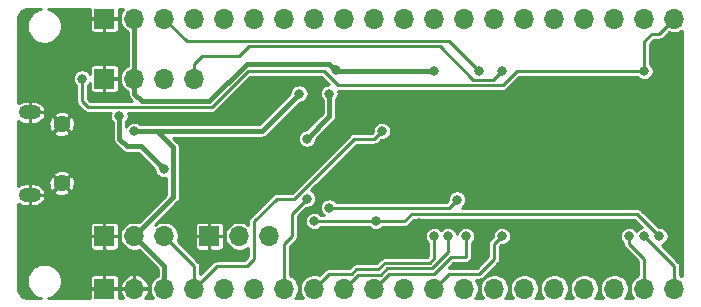
<source format=gbl>
G04 #@! TF.GenerationSoftware,KiCad,Pcbnew,5.1.12-84ad8e8a86~92~ubuntu21.04.1*
G04 #@! TF.CreationDate,2021-11-28T19:11:15-03:00*
G04 #@! TF.ProjectId,Franzininho WIFI,4672616e-7a69-46e6-996e-686f20574946,rev?*
G04 #@! TF.SameCoordinates,Original*
G04 #@! TF.FileFunction,Copper,L2,Bot*
G04 #@! TF.FilePolarity,Positive*
%FSLAX46Y46*%
G04 Gerber Fmt 4.6, Leading zero omitted, Abs format (unit mm)*
G04 Created by KiCad (PCBNEW 5.1.12-84ad8e8a86~92~ubuntu21.04.1) date 2021-11-28 19:11:15*
%MOMM*%
%LPD*%
G01*
G04 APERTURE LIST*
G04 #@! TA.AperFunction,ComponentPad*
%ADD10O,1.700000X1.700000*%
G04 #@! TD*
G04 #@! TA.AperFunction,ComponentPad*
%ADD11R,1.700000X1.700000*%
G04 #@! TD*
G04 #@! TA.AperFunction,ComponentPad*
%ADD12C,1.450000*%
G04 #@! TD*
G04 #@! TA.AperFunction,ComponentPad*
%ADD13O,1.900000X1.200000*%
G04 #@! TD*
G04 #@! TA.AperFunction,ViaPad*
%ADD14C,0.482600*%
G04 #@! TD*
G04 #@! TA.AperFunction,ViaPad*
%ADD15C,0.800000*%
G04 #@! TD*
G04 #@! TA.AperFunction,ViaPad*
%ADD16C,0.500000*%
G04 #@! TD*
G04 #@! TA.AperFunction,Conductor*
%ADD17C,0.381000*%
G04 #@! TD*
G04 #@! TA.AperFunction,Conductor*
%ADD18C,0.254000*%
G04 #@! TD*
G04 #@! TA.AperFunction,Conductor*
%ADD19C,0.100000*%
G04 #@! TD*
G04 APERTURE END LIST*
D10*
X142240000Y-112395000D03*
X139700000Y-112395000D03*
D11*
X137160000Y-112395000D03*
D10*
X135890000Y-99060000D03*
X133350000Y-99060000D03*
X130810000Y-99060000D03*
D11*
X128270000Y-99060000D03*
D10*
X176530000Y-116840000D03*
X173990000Y-116840000D03*
X171450000Y-116840000D03*
X168910000Y-116840000D03*
X166370000Y-116840000D03*
X163830000Y-116840000D03*
X161290000Y-116840000D03*
X158750000Y-116840000D03*
X156210000Y-116840000D03*
X153670000Y-116840000D03*
X151130000Y-116840000D03*
X148590000Y-116840000D03*
X146050000Y-116840000D03*
X143510000Y-116840000D03*
X140970000Y-116840000D03*
X138430000Y-116840000D03*
X135890000Y-116840000D03*
X133350000Y-116840000D03*
X130810000Y-116840000D03*
D11*
X128270000Y-116840000D03*
D10*
X176530000Y-93980000D03*
X173990000Y-93980000D03*
X171450000Y-93980000D03*
X168910000Y-93980000D03*
X166370000Y-93980000D03*
X163830000Y-93980000D03*
X161290000Y-93980000D03*
X158750000Y-93980000D03*
X156210000Y-93980000D03*
X153670000Y-93980000D03*
X151130000Y-93980000D03*
X148590000Y-93980000D03*
X146050000Y-93980000D03*
X143510000Y-93980000D03*
X140970000Y-93980000D03*
X138430000Y-93980000D03*
X135890000Y-93980000D03*
X133350000Y-93980000D03*
X130810000Y-93980000D03*
D11*
X128270000Y-93980000D03*
X128270000Y-112395000D03*
D10*
X130810000Y-112395000D03*
X133350000Y-112395000D03*
D12*
X124652500Y-102910000D03*
X124652500Y-107910000D03*
D13*
X121952500Y-101910000D03*
X121952500Y-108910000D03*
D14*
X154940000Y-111125000D03*
D15*
X146050000Y-100330000D03*
D16*
X144272000Y-104394000D03*
D15*
X176847500Y-98742500D03*
X176530000Y-110109000D03*
X160591500Y-102362000D03*
X160591500Y-108648500D03*
X166116000Y-111506000D03*
D16*
X146050000Y-102235000D03*
X151765000Y-105410000D03*
X165735000Y-103505000D03*
X165735000Y-105410000D03*
X172085000Y-103505000D03*
X172085000Y-105410000D03*
X168910000Y-107315000D03*
D15*
X147851490Y-98321490D03*
X156210000Y-98425000D03*
X145415000Y-104140000D03*
X147320000Y-100330000D03*
X147324550Y-109987755D03*
X133285950Y-106711400D03*
X129540000Y-102235000D03*
X144780000Y-100330000D03*
X130810000Y-103505000D03*
X151765000Y-103505000D03*
X173990000Y-98425000D03*
X161925000Y-98425000D03*
X160020000Y-98425000D03*
X145415000Y-109220000D03*
X156210000Y-112395000D03*
X157353000Y-112395000D03*
X158877000Y-112395000D03*
X161925000Y-112395000D03*
X172720000Y-112395000D03*
X173990000Y-112395000D03*
X175260000Y-112395000D03*
X151257000Y-111125000D03*
X158115000Y-109312000D03*
X126365000Y-99060000D03*
X146050000Y-111125000D03*
D17*
X147955000Y-98425000D02*
X147851490Y-98321490D01*
X156210000Y-98425000D02*
X147955000Y-98425000D01*
X147747980Y-98425000D02*
X147851490Y-98321490D01*
X147320000Y-102235000D02*
X147320000Y-100330000D01*
X145415000Y-104140000D02*
X147320000Y-102235000D01*
X130810000Y-93980000D02*
X130810000Y-97155000D01*
X133285950Y-106711400D02*
X131349550Y-104775000D01*
X131349550Y-104775000D02*
X130175000Y-104775000D01*
X129540000Y-104140000D02*
X129540000Y-102235000D01*
X130175000Y-104775000D02*
X129540000Y-104140000D01*
X141605000Y-103505000D02*
X130810000Y-103505000D01*
X144780000Y-100330000D02*
X141605000Y-103505000D01*
X132715000Y-103505000D02*
X134076451Y-104866451D01*
X130810000Y-103505000D02*
X132715000Y-103505000D01*
X130810000Y-112395000D02*
X133350000Y-114935000D01*
X133350000Y-114935000D02*
X133350000Y-116840000D01*
X134076451Y-104866451D02*
X134076451Y-109128549D01*
X134076451Y-109128549D02*
X132080000Y-111125000D01*
X132080000Y-111125000D02*
X130810000Y-112395000D01*
D18*
X151130000Y-104140000D02*
X151765000Y-103505000D01*
X149419038Y-104140000D02*
X151130000Y-104140000D01*
X142875000Y-109220000D02*
X144339038Y-109220000D01*
X140970000Y-111125000D02*
X142875000Y-109220000D01*
X144339038Y-109220000D02*
X149419038Y-104140000D01*
X140970000Y-114300000D02*
X140970000Y-111125000D01*
X140335000Y-114935000D02*
X140970000Y-114300000D01*
X137795000Y-114935000D02*
X140335000Y-114935000D01*
X135890000Y-116840000D02*
X137795000Y-114935000D01*
X133350000Y-112395000D02*
X135890000Y-114935000D01*
X135890000Y-114935000D02*
X135890000Y-116840000D01*
X173990000Y-98425000D02*
X173990000Y-95885000D01*
X174625000Y-95250000D02*
X173990000Y-95885000D01*
X175260000Y-95250000D02*
X174625000Y-95250000D01*
X176530000Y-93980000D02*
X175260000Y-95250000D01*
X161197999Y-99152001D02*
X161925000Y-98425000D01*
X159477001Y-99152001D02*
X161197999Y-99152001D01*
X156664010Y-96339010D02*
X159477001Y-99152001D01*
X139700000Y-97155000D02*
X140515990Y-96339010D01*
X140515990Y-96339010D02*
X156664010Y-96339010D01*
X138430000Y-97155000D02*
X139700000Y-97155000D01*
X135255000Y-95885000D02*
X133350000Y-93980000D01*
X157480000Y-95885000D02*
X135255000Y-95885000D01*
X160020000Y-98425000D02*
X157480000Y-95885000D01*
X156210000Y-112395000D02*
X156210000Y-114285868D01*
X156210000Y-114285868D02*
X155833888Y-114661980D01*
X152023886Y-114661980D02*
X151476877Y-115208989D01*
X155833888Y-114661980D02*
X152023886Y-114661980D01*
X149578944Y-115208989D02*
X149217933Y-115570000D01*
X151476877Y-115208989D02*
X149578944Y-115208989D01*
X147320000Y-115570000D02*
X146050000Y-116840000D01*
X149217933Y-115570000D02*
X147320000Y-115570000D01*
X157353000Y-112395000D02*
X157353000Y-113784934D01*
X157353000Y-113784934D02*
X156021944Y-115115990D01*
X149767001Y-115662999D02*
X148590000Y-116840000D01*
X151664934Y-115662999D02*
X149767001Y-115662999D01*
X152211943Y-115115990D02*
X151664934Y-115662999D01*
X156021944Y-115115990D02*
X152211943Y-115115990D01*
X158877000Y-112395000D02*
X158877000Y-114173000D01*
X158877000Y-114173000D02*
X157607000Y-114173000D01*
X157607000Y-114173000D02*
X156210000Y-115570000D01*
X156210000Y-115570000D02*
X152400000Y-115570000D01*
X152400000Y-115570000D02*
X151130000Y-116840000D01*
X161925000Y-112395000D02*
X161290000Y-113030000D01*
X161290000Y-113030000D02*
X161290000Y-114300000D01*
X161290000Y-114300000D02*
X160020000Y-115570000D01*
X157480000Y-115570000D02*
X156210000Y-116840000D01*
X160020000Y-115570000D02*
X157480000Y-115570000D01*
X172720000Y-112395000D02*
X172720000Y-113030000D01*
X173990000Y-114300000D02*
X173990000Y-116840000D01*
X172720000Y-113030000D02*
X173990000Y-114300000D01*
X176530000Y-116205000D02*
X176530000Y-116840000D01*
X176530000Y-114935000D02*
X176530000Y-116840000D01*
X173990000Y-112395000D02*
X176530000Y-114935000D01*
X151038000Y-111125000D02*
X153670000Y-111125000D01*
X153670000Y-111125000D02*
X154305000Y-110490000D01*
X173355000Y-110490000D02*
X175260000Y-112395000D01*
X154305000Y-110490000D02*
X173355000Y-110490000D01*
X157439245Y-109987755D02*
X158115000Y-109312000D01*
X147324550Y-109987755D02*
X157439245Y-109987755D01*
D17*
X130810000Y-97155000D02*
X130810000Y-99060000D01*
X130810000Y-99060000D02*
X130810000Y-99695000D01*
X131445000Y-100965000D02*
X130810000Y-100330000D01*
X130810000Y-100330000D02*
X130810000Y-99060000D01*
X137160000Y-100965000D02*
X131445000Y-100965000D01*
X140335000Y-97790000D02*
X137160000Y-100965000D01*
X147320000Y-97790000D02*
X140335000Y-97790000D01*
X147851490Y-98321490D02*
X147320000Y-97790000D01*
D18*
X126365000Y-100965000D02*
X126365000Y-99060000D01*
X137374360Y-101482508D02*
X126882508Y-101482508D01*
X140431868Y-98425000D02*
X137374360Y-101482508D01*
X148043989Y-99606011D02*
X146862978Y-98425000D01*
X126882508Y-101482508D02*
X126365000Y-100965000D01*
X146862978Y-98425000D02*
X140431868Y-98425000D01*
X162013989Y-99606011D02*
X148043989Y-99606011D01*
X163195000Y-98425000D02*
X162013989Y-99606011D01*
X173990000Y-98425000D02*
X163195000Y-98425000D01*
X135890000Y-97790000D02*
X136525000Y-97155000D01*
X135890000Y-99060000D02*
X135890000Y-97790000D01*
X138430000Y-97155000D02*
X136525000Y-97155000D01*
X143510000Y-116840000D02*
X143510000Y-113030000D01*
X143510000Y-113030000D02*
X144145000Y-112395000D01*
X144145000Y-110490000D02*
X145415000Y-109220000D01*
X144145000Y-112395000D02*
X144145000Y-110490000D01*
X151038000Y-111125000D02*
X146050000Y-111125000D01*
X122758008Y-93190914D02*
X122488483Y-93302555D01*
X122245917Y-93464632D01*
X122039632Y-93670917D01*
X121877555Y-93913483D01*
X121765914Y-94183008D01*
X121709000Y-94469134D01*
X121709000Y-94760866D01*
X121765914Y-95046992D01*
X121877555Y-95316517D01*
X122039632Y-95559083D01*
X122245917Y-95765368D01*
X122488483Y-95927445D01*
X122758008Y-96039086D01*
X123044134Y-96096000D01*
X123335866Y-96096000D01*
X123621992Y-96039086D01*
X123891517Y-95927445D01*
X124134083Y-95765368D01*
X124340368Y-95559083D01*
X124502445Y-95316517D01*
X124614086Y-95046992D01*
X124657248Y-94830000D01*
X127037157Y-94830000D01*
X127044513Y-94904689D01*
X127066299Y-94976508D01*
X127101678Y-95042696D01*
X127149289Y-95100711D01*
X127207304Y-95148322D01*
X127273492Y-95183701D01*
X127345311Y-95205487D01*
X127420000Y-95212843D01*
X128162050Y-95211000D01*
X128257300Y-95115750D01*
X128257300Y-93992700D01*
X128282700Y-93992700D01*
X128282700Y-95115750D01*
X128377950Y-95211000D01*
X129120000Y-95212843D01*
X129194689Y-95205487D01*
X129266508Y-95183701D01*
X129332696Y-95148322D01*
X129390711Y-95100711D01*
X129438322Y-95042696D01*
X129473701Y-94976508D01*
X129495487Y-94904689D01*
X129502843Y-94830000D01*
X129501000Y-94087950D01*
X129405750Y-93992700D01*
X128282700Y-93992700D01*
X128257300Y-93992700D01*
X127134250Y-93992700D01*
X127039000Y-94087950D01*
X127037157Y-94830000D01*
X124657248Y-94830000D01*
X124671000Y-94760866D01*
X124671000Y-94469134D01*
X124614086Y-94183008D01*
X124502445Y-93913483D01*
X124340368Y-93670917D01*
X124134083Y-93464632D01*
X123891517Y-93302555D01*
X123621992Y-93190914D01*
X123496741Y-93166000D01*
X127037246Y-93166000D01*
X127039000Y-93872050D01*
X127134250Y-93967300D01*
X128257300Y-93967300D01*
X128257300Y-93947300D01*
X128282700Y-93947300D01*
X128282700Y-93967300D01*
X129405750Y-93967300D01*
X129501000Y-93872050D01*
X129502754Y-93166000D01*
X129883103Y-93166000D01*
X129853820Y-93195283D01*
X129719102Y-93396903D01*
X129626307Y-93620931D01*
X129579000Y-93858757D01*
X129579000Y-94101243D01*
X129626307Y-94339069D01*
X129719102Y-94563097D01*
X129853820Y-94764717D01*
X130025283Y-94936180D01*
X130226903Y-95070898D01*
X130238500Y-95075702D01*
X130238501Y-97126917D01*
X130238500Y-97126927D01*
X130238500Y-97964298D01*
X130226903Y-97969102D01*
X130025283Y-98103820D01*
X129853820Y-98275283D01*
X129719102Y-98476903D01*
X129626307Y-98700931D01*
X129579000Y-98938757D01*
X129579000Y-99181243D01*
X129626307Y-99419069D01*
X129719102Y-99643097D01*
X129853820Y-99844717D01*
X130025283Y-100016180D01*
X130226903Y-100150898D01*
X130238500Y-100155702D01*
X130238500Y-100301925D01*
X130235735Y-100330000D01*
X130243311Y-100406922D01*
X130246769Y-100442033D01*
X130279448Y-100549761D01*
X130332516Y-100649044D01*
X130403933Y-100736067D01*
X130425748Y-100753970D01*
X130646286Y-100974508D01*
X127092928Y-100974508D01*
X126873000Y-100754580D01*
X126873000Y-99656501D01*
X126971642Y-99557859D01*
X127038279Y-99458129D01*
X127037157Y-99910000D01*
X127044513Y-99984689D01*
X127066299Y-100056508D01*
X127101678Y-100122696D01*
X127149289Y-100180711D01*
X127207304Y-100228322D01*
X127273492Y-100263701D01*
X127345311Y-100285487D01*
X127420000Y-100292843D01*
X128162050Y-100291000D01*
X128257300Y-100195750D01*
X128257300Y-99072700D01*
X128282700Y-99072700D01*
X128282700Y-100195750D01*
X128377950Y-100291000D01*
X129120000Y-100292843D01*
X129194689Y-100285487D01*
X129266508Y-100263701D01*
X129332696Y-100228322D01*
X129390711Y-100180711D01*
X129438322Y-100122696D01*
X129473701Y-100056508D01*
X129495487Y-99984689D01*
X129502843Y-99910000D01*
X129501000Y-99167950D01*
X129405750Y-99072700D01*
X128282700Y-99072700D01*
X128257300Y-99072700D01*
X128237300Y-99072700D01*
X128237300Y-99047300D01*
X128257300Y-99047300D01*
X128257300Y-97924250D01*
X128282700Y-97924250D01*
X128282700Y-99047300D01*
X129405750Y-99047300D01*
X129501000Y-98952050D01*
X129502843Y-98210000D01*
X129495487Y-98135311D01*
X129473701Y-98063492D01*
X129438322Y-97997304D01*
X129390711Y-97939289D01*
X129332696Y-97891678D01*
X129266508Y-97856299D01*
X129194689Y-97834513D01*
X129120000Y-97827157D01*
X128377950Y-97829000D01*
X128282700Y-97924250D01*
X128257300Y-97924250D01*
X128162050Y-97829000D01*
X127420000Y-97827157D01*
X127345311Y-97834513D01*
X127273492Y-97856299D01*
X127207304Y-97891678D01*
X127149289Y-97939289D01*
X127101678Y-97997304D01*
X127066299Y-98063492D01*
X127044513Y-98135311D01*
X127037157Y-98210000D01*
X127038279Y-98661871D01*
X126971642Y-98562141D01*
X126862859Y-98453358D01*
X126734942Y-98367887D01*
X126592809Y-98309013D01*
X126441922Y-98279000D01*
X126288078Y-98279000D01*
X126137191Y-98309013D01*
X125995058Y-98367887D01*
X125867141Y-98453358D01*
X125758358Y-98562141D01*
X125672887Y-98690058D01*
X125614013Y-98832191D01*
X125584000Y-98983078D01*
X125584000Y-99136922D01*
X125614013Y-99287809D01*
X125672887Y-99429942D01*
X125758358Y-99557859D01*
X125857001Y-99656502D01*
X125857000Y-100940056D01*
X125854543Y-100965000D01*
X125857000Y-100989944D01*
X125857000Y-100989946D01*
X125864351Y-101064584D01*
X125893399Y-101160342D01*
X125940571Y-101248595D01*
X126004052Y-101325948D01*
X126023435Y-101341855D01*
X126505653Y-101824073D01*
X126521560Y-101843456D01*
X126598913Y-101906937D01*
X126687165Y-101954109D01*
X126782923Y-101983157D01*
X126857561Y-101990508D01*
X126857564Y-101990508D01*
X126882508Y-101992965D01*
X126907452Y-101990508D01*
X128795923Y-101990508D01*
X128789013Y-102007191D01*
X128759000Y-102158078D01*
X128759000Y-102311922D01*
X128789013Y-102462809D01*
X128847887Y-102604942D01*
X128933358Y-102732859D01*
X128968501Y-102768002D01*
X128968500Y-104111925D01*
X128965735Y-104140000D01*
X128973311Y-104216922D01*
X128976769Y-104252033D01*
X129009448Y-104359761D01*
X129062516Y-104459044D01*
X129133933Y-104546067D01*
X129155748Y-104563970D01*
X129751034Y-105159257D01*
X129768933Y-105181067D01*
X129855955Y-105252484D01*
X129955238Y-105305552D01*
X130062966Y-105338231D01*
X130175000Y-105349265D01*
X130203074Y-105346500D01*
X131112828Y-105346500D01*
X132504950Y-106738623D01*
X132504950Y-106788322D01*
X132534963Y-106939209D01*
X132593837Y-107081342D01*
X132679308Y-107209259D01*
X132788091Y-107318042D01*
X132916008Y-107403513D01*
X133058141Y-107462387D01*
X133209028Y-107492400D01*
X133362872Y-107492400D01*
X133504952Y-107464139D01*
X133504952Y-108891825D01*
X131695744Y-110701034D01*
X131695739Y-110701038D01*
X131180667Y-111216111D01*
X131169069Y-111211307D01*
X130931243Y-111164000D01*
X130688757Y-111164000D01*
X130450931Y-111211307D01*
X130226903Y-111304102D01*
X130025283Y-111438820D01*
X129853820Y-111610283D01*
X129719102Y-111811903D01*
X129626307Y-112035931D01*
X129579000Y-112273757D01*
X129579000Y-112516243D01*
X129626307Y-112754069D01*
X129719102Y-112978097D01*
X129853820Y-113179717D01*
X130025283Y-113351180D01*
X130226903Y-113485898D01*
X130450931Y-113578693D01*
X130688757Y-113626000D01*
X130931243Y-113626000D01*
X131169069Y-113578693D01*
X131180667Y-113573889D01*
X132778500Y-115171723D01*
X132778500Y-115744298D01*
X132766903Y-115749102D01*
X132565283Y-115883820D01*
X132393820Y-116055283D01*
X132259102Y-116256903D01*
X132166307Y-116480931D01*
X132119000Y-116718757D01*
X132119000Y-116961243D01*
X132166307Y-117199069D01*
X132259102Y-117423097D01*
X132393820Y-117624717D01*
X132423103Y-117654000D01*
X131729167Y-117654000D01*
X131852909Y-117493990D01*
X131960457Y-117277962D01*
X132023793Y-117045104D01*
X131945685Y-116852700D01*
X130822700Y-116852700D01*
X130822700Y-116872700D01*
X130797300Y-116872700D01*
X130797300Y-116852700D01*
X129674315Y-116852700D01*
X129596207Y-117045104D01*
X129659543Y-117277962D01*
X129767091Y-117493990D01*
X129890833Y-117654000D01*
X129502754Y-117654000D01*
X129501000Y-116947950D01*
X129405750Y-116852700D01*
X128282700Y-116852700D01*
X128282700Y-116872700D01*
X128257300Y-116872700D01*
X128257300Y-116852700D01*
X127134250Y-116852700D01*
X127039000Y-116947950D01*
X127037246Y-117654000D01*
X123496741Y-117654000D01*
X123621992Y-117629086D01*
X123891517Y-117517445D01*
X124134083Y-117355368D01*
X124340368Y-117149083D01*
X124502445Y-116906517D01*
X124614086Y-116636992D01*
X124671000Y-116350866D01*
X124671000Y-116059134D01*
X124657249Y-115990000D01*
X127037157Y-115990000D01*
X127039000Y-116732050D01*
X127134250Y-116827300D01*
X128257300Y-116827300D01*
X128257300Y-115704250D01*
X128282700Y-115704250D01*
X128282700Y-116827300D01*
X129405750Y-116827300D01*
X129501000Y-116732050D01*
X129501241Y-116634896D01*
X129596207Y-116634896D01*
X129674315Y-116827300D01*
X130797300Y-116827300D01*
X130797300Y-115704321D01*
X130822700Y-115704321D01*
X130822700Y-116827300D01*
X131945685Y-116827300D01*
X132023793Y-116634896D01*
X131960457Y-116402038D01*
X131852909Y-116186010D01*
X131705283Y-115995115D01*
X131523252Y-115836688D01*
X131313811Y-115716818D01*
X131085008Y-115640111D01*
X131015104Y-115626208D01*
X130822700Y-115704321D01*
X130797300Y-115704321D01*
X130604896Y-115626208D01*
X130534992Y-115640111D01*
X130306189Y-115716818D01*
X130096748Y-115836688D01*
X129914717Y-115995115D01*
X129767091Y-116186010D01*
X129659543Y-116402038D01*
X129596207Y-116634896D01*
X129501241Y-116634896D01*
X129502843Y-115990000D01*
X129495487Y-115915311D01*
X129473701Y-115843492D01*
X129438322Y-115777304D01*
X129390711Y-115719289D01*
X129332696Y-115671678D01*
X129266508Y-115636299D01*
X129194689Y-115614513D01*
X129120000Y-115607157D01*
X128377950Y-115609000D01*
X128282700Y-115704250D01*
X128257300Y-115704250D01*
X128162050Y-115609000D01*
X127420000Y-115607157D01*
X127345311Y-115614513D01*
X127273492Y-115636299D01*
X127207304Y-115671678D01*
X127149289Y-115719289D01*
X127101678Y-115777304D01*
X127066299Y-115843492D01*
X127044513Y-115915311D01*
X127037157Y-115990000D01*
X124657249Y-115990000D01*
X124614086Y-115773008D01*
X124502445Y-115503483D01*
X124340368Y-115260917D01*
X124134083Y-115054632D01*
X123891517Y-114892555D01*
X123621992Y-114780914D01*
X123335866Y-114724000D01*
X123044134Y-114724000D01*
X122758008Y-114780914D01*
X122488483Y-114892555D01*
X122245917Y-115054632D01*
X122039632Y-115260917D01*
X121877555Y-115503483D01*
X121765914Y-115773008D01*
X121709000Y-116059134D01*
X121709000Y-116350866D01*
X121765914Y-116636992D01*
X121877555Y-116906517D01*
X122039632Y-117149083D01*
X122245917Y-117355368D01*
X122488483Y-117517445D01*
X122758008Y-117629086D01*
X122883259Y-117654000D01*
X121815305Y-117654000D01*
X121635315Y-117636352D01*
X121483645Y-117590559D01*
X121343748Y-117516175D01*
X121220967Y-117416038D01*
X121119977Y-117293961D01*
X121044620Y-117154593D01*
X120997767Y-117003235D01*
X120979000Y-116824674D01*
X120979000Y-113245000D01*
X127037157Y-113245000D01*
X127044513Y-113319689D01*
X127066299Y-113391508D01*
X127101678Y-113457696D01*
X127149289Y-113515711D01*
X127207304Y-113563322D01*
X127273492Y-113598701D01*
X127345311Y-113620487D01*
X127420000Y-113627843D01*
X128162050Y-113626000D01*
X128257300Y-113530750D01*
X128257300Y-112407700D01*
X128282700Y-112407700D01*
X128282700Y-113530750D01*
X128377950Y-113626000D01*
X129120000Y-113627843D01*
X129194689Y-113620487D01*
X129266508Y-113598701D01*
X129332696Y-113563322D01*
X129390711Y-113515711D01*
X129438322Y-113457696D01*
X129473701Y-113391508D01*
X129495487Y-113319689D01*
X129502843Y-113245000D01*
X129501000Y-112502950D01*
X129405750Y-112407700D01*
X128282700Y-112407700D01*
X128257300Y-112407700D01*
X127134250Y-112407700D01*
X127039000Y-112502950D01*
X127037157Y-113245000D01*
X120979000Y-113245000D01*
X120979000Y-111545000D01*
X127037157Y-111545000D01*
X127039000Y-112287050D01*
X127134250Y-112382300D01*
X128257300Y-112382300D01*
X128257300Y-111259250D01*
X128282700Y-111259250D01*
X128282700Y-112382300D01*
X129405750Y-112382300D01*
X129501000Y-112287050D01*
X129502843Y-111545000D01*
X129495487Y-111470311D01*
X129473701Y-111398492D01*
X129438322Y-111332304D01*
X129390711Y-111274289D01*
X129332696Y-111226678D01*
X129266508Y-111191299D01*
X129194689Y-111169513D01*
X129120000Y-111162157D01*
X128377950Y-111164000D01*
X128282700Y-111259250D01*
X128257300Y-111259250D01*
X128162050Y-111164000D01*
X127420000Y-111162157D01*
X127345311Y-111169513D01*
X127273492Y-111191299D01*
X127207304Y-111226678D01*
X127149289Y-111274289D01*
X127101678Y-111332304D01*
X127066299Y-111398492D01*
X127044513Y-111470311D01*
X127037157Y-111545000D01*
X120979000Y-111545000D01*
X120979000Y-109661383D01*
X121046926Y-109718616D01*
X121215354Y-109811466D01*
X121398660Y-109869673D01*
X121589800Y-109891000D01*
X121939800Y-109891000D01*
X121939800Y-108922700D01*
X121965200Y-108922700D01*
X121965200Y-109891000D01*
X122315200Y-109891000D01*
X122506340Y-109869673D01*
X122689646Y-109811466D01*
X122858074Y-109718616D01*
X123005152Y-109594692D01*
X123125228Y-109444455D01*
X123213687Y-109273679D01*
X123267129Y-109088927D01*
X123269355Y-109075993D01*
X123188159Y-108922700D01*
X121965200Y-108922700D01*
X121939800Y-108922700D01*
X121919800Y-108922700D01*
X121919800Y-108897300D01*
X121939800Y-108897300D01*
X121939800Y-107929000D01*
X121965200Y-107929000D01*
X121965200Y-108897300D01*
X123188159Y-108897300D01*
X123269355Y-108744007D01*
X123267129Y-108731073D01*
X123240038Y-108637416D01*
X123943044Y-108637416D01*
X124009582Y-108816508D01*
X124198786Y-108924517D01*
X124405426Y-108993539D01*
X124621562Y-109020921D01*
X124838886Y-109005610D01*
X125049048Y-108948196D01*
X125243970Y-108850885D01*
X125295418Y-108816508D01*
X125361956Y-108637416D01*
X124652500Y-107927961D01*
X123943044Y-108637416D01*
X123240038Y-108637416D01*
X123213687Y-108546321D01*
X123125228Y-108375545D01*
X123005152Y-108225308D01*
X122858074Y-108101384D01*
X122689646Y-108008534D01*
X122506340Y-107950327D01*
X122315200Y-107929000D01*
X121965200Y-107929000D01*
X121939800Y-107929000D01*
X121589800Y-107929000D01*
X121398660Y-107950327D01*
X121215354Y-108008534D01*
X121046926Y-108101384D01*
X120979000Y-108158617D01*
X120979000Y-107879062D01*
X123541579Y-107879062D01*
X123556890Y-108096386D01*
X123614304Y-108306548D01*
X123711615Y-108501470D01*
X123745992Y-108552918D01*
X123925084Y-108619456D01*
X124634539Y-107910000D01*
X124670461Y-107910000D01*
X125379916Y-108619456D01*
X125559008Y-108552918D01*
X125667017Y-108363714D01*
X125736039Y-108157074D01*
X125763421Y-107940938D01*
X125748110Y-107723614D01*
X125690696Y-107513452D01*
X125593385Y-107318530D01*
X125559008Y-107267082D01*
X125379916Y-107200544D01*
X124670461Y-107910000D01*
X124634539Y-107910000D01*
X123925084Y-107200544D01*
X123745992Y-107267082D01*
X123637983Y-107456286D01*
X123568961Y-107662926D01*
X123541579Y-107879062D01*
X120979000Y-107879062D01*
X120979000Y-107182584D01*
X123943044Y-107182584D01*
X124652500Y-107892039D01*
X125361956Y-107182584D01*
X125295418Y-107003492D01*
X125106214Y-106895483D01*
X124899574Y-106826461D01*
X124683438Y-106799079D01*
X124466114Y-106814390D01*
X124255952Y-106871804D01*
X124061030Y-106969115D01*
X124009582Y-107003492D01*
X123943044Y-107182584D01*
X120979000Y-107182584D01*
X120979000Y-103637416D01*
X123943044Y-103637416D01*
X124009582Y-103816508D01*
X124198786Y-103924517D01*
X124405426Y-103993539D01*
X124621562Y-104020921D01*
X124838886Y-104005610D01*
X125049048Y-103948196D01*
X125243970Y-103850885D01*
X125295418Y-103816508D01*
X125361956Y-103637416D01*
X124652500Y-102927961D01*
X123943044Y-103637416D01*
X120979000Y-103637416D01*
X120979000Y-102661383D01*
X121046926Y-102718616D01*
X121215354Y-102811466D01*
X121398660Y-102869673D01*
X121589800Y-102891000D01*
X121939800Y-102891000D01*
X121939800Y-101922700D01*
X121965200Y-101922700D01*
X121965200Y-102891000D01*
X122315200Y-102891000D01*
X122422192Y-102879062D01*
X123541579Y-102879062D01*
X123556890Y-103096386D01*
X123614304Y-103306548D01*
X123711615Y-103501470D01*
X123745992Y-103552918D01*
X123925084Y-103619456D01*
X124634539Y-102910000D01*
X124670461Y-102910000D01*
X125379916Y-103619456D01*
X125559008Y-103552918D01*
X125667017Y-103363714D01*
X125736039Y-103157074D01*
X125763421Y-102940938D01*
X125748110Y-102723614D01*
X125690696Y-102513452D01*
X125593385Y-102318530D01*
X125559008Y-102267082D01*
X125379916Y-102200544D01*
X124670461Y-102910000D01*
X124634539Y-102910000D01*
X123925084Y-102200544D01*
X123745992Y-102267082D01*
X123637983Y-102456286D01*
X123568961Y-102662926D01*
X123541579Y-102879062D01*
X122422192Y-102879062D01*
X122506340Y-102869673D01*
X122689646Y-102811466D01*
X122858074Y-102718616D01*
X123005152Y-102594692D01*
X123125228Y-102444455D01*
X123213687Y-102273679D01*
X123240037Y-102182584D01*
X123943044Y-102182584D01*
X124652500Y-102892039D01*
X125361956Y-102182584D01*
X125295418Y-102003492D01*
X125106214Y-101895483D01*
X124899574Y-101826461D01*
X124683438Y-101799079D01*
X124466114Y-101814390D01*
X124255952Y-101871804D01*
X124061030Y-101969115D01*
X124009582Y-102003492D01*
X123943044Y-102182584D01*
X123240037Y-102182584D01*
X123267129Y-102088927D01*
X123269355Y-102075993D01*
X123188159Y-101922700D01*
X121965200Y-101922700D01*
X121939800Y-101922700D01*
X121919800Y-101922700D01*
X121919800Y-101897300D01*
X121939800Y-101897300D01*
X121939800Y-100929000D01*
X121965200Y-100929000D01*
X121965200Y-101897300D01*
X123188159Y-101897300D01*
X123269355Y-101744007D01*
X123267129Y-101731073D01*
X123213687Y-101546321D01*
X123125228Y-101375545D01*
X123005152Y-101225308D01*
X122858074Y-101101384D01*
X122689646Y-101008534D01*
X122506340Y-100950327D01*
X122315200Y-100929000D01*
X121965200Y-100929000D01*
X121939800Y-100929000D01*
X121589800Y-100929000D01*
X121398660Y-100950327D01*
X121215354Y-101008534D01*
X121046926Y-101101384D01*
X120979000Y-101158617D01*
X120979000Y-94002305D01*
X120996648Y-93822315D01*
X121042441Y-93670645D01*
X121116824Y-93530749D01*
X121216962Y-93407968D01*
X121339041Y-93306975D01*
X121478407Y-93231620D01*
X121629765Y-93184767D01*
X121808326Y-93166000D01*
X122883259Y-93166000D01*
X122758008Y-93190914D01*
G04 #@! TA.AperFunction,Conductor*
D19*
G36*
X122758008Y-93190914D02*
G01*
X122488483Y-93302555D01*
X122245917Y-93464632D01*
X122039632Y-93670917D01*
X121877555Y-93913483D01*
X121765914Y-94183008D01*
X121709000Y-94469134D01*
X121709000Y-94760866D01*
X121765914Y-95046992D01*
X121877555Y-95316517D01*
X122039632Y-95559083D01*
X122245917Y-95765368D01*
X122488483Y-95927445D01*
X122758008Y-96039086D01*
X123044134Y-96096000D01*
X123335866Y-96096000D01*
X123621992Y-96039086D01*
X123891517Y-95927445D01*
X124134083Y-95765368D01*
X124340368Y-95559083D01*
X124502445Y-95316517D01*
X124614086Y-95046992D01*
X124657248Y-94830000D01*
X127037157Y-94830000D01*
X127044513Y-94904689D01*
X127066299Y-94976508D01*
X127101678Y-95042696D01*
X127149289Y-95100711D01*
X127207304Y-95148322D01*
X127273492Y-95183701D01*
X127345311Y-95205487D01*
X127420000Y-95212843D01*
X128162050Y-95211000D01*
X128257300Y-95115750D01*
X128257300Y-93992700D01*
X128282700Y-93992700D01*
X128282700Y-95115750D01*
X128377950Y-95211000D01*
X129120000Y-95212843D01*
X129194689Y-95205487D01*
X129266508Y-95183701D01*
X129332696Y-95148322D01*
X129390711Y-95100711D01*
X129438322Y-95042696D01*
X129473701Y-94976508D01*
X129495487Y-94904689D01*
X129502843Y-94830000D01*
X129501000Y-94087950D01*
X129405750Y-93992700D01*
X128282700Y-93992700D01*
X128257300Y-93992700D01*
X127134250Y-93992700D01*
X127039000Y-94087950D01*
X127037157Y-94830000D01*
X124657248Y-94830000D01*
X124671000Y-94760866D01*
X124671000Y-94469134D01*
X124614086Y-94183008D01*
X124502445Y-93913483D01*
X124340368Y-93670917D01*
X124134083Y-93464632D01*
X123891517Y-93302555D01*
X123621992Y-93190914D01*
X123496741Y-93166000D01*
X127037246Y-93166000D01*
X127039000Y-93872050D01*
X127134250Y-93967300D01*
X128257300Y-93967300D01*
X128257300Y-93947300D01*
X128282700Y-93947300D01*
X128282700Y-93967300D01*
X129405750Y-93967300D01*
X129501000Y-93872050D01*
X129502754Y-93166000D01*
X129883103Y-93166000D01*
X129853820Y-93195283D01*
X129719102Y-93396903D01*
X129626307Y-93620931D01*
X129579000Y-93858757D01*
X129579000Y-94101243D01*
X129626307Y-94339069D01*
X129719102Y-94563097D01*
X129853820Y-94764717D01*
X130025283Y-94936180D01*
X130226903Y-95070898D01*
X130238500Y-95075702D01*
X130238501Y-97126917D01*
X130238500Y-97126927D01*
X130238500Y-97964298D01*
X130226903Y-97969102D01*
X130025283Y-98103820D01*
X129853820Y-98275283D01*
X129719102Y-98476903D01*
X129626307Y-98700931D01*
X129579000Y-98938757D01*
X129579000Y-99181243D01*
X129626307Y-99419069D01*
X129719102Y-99643097D01*
X129853820Y-99844717D01*
X130025283Y-100016180D01*
X130226903Y-100150898D01*
X130238500Y-100155702D01*
X130238500Y-100301925D01*
X130235735Y-100330000D01*
X130243311Y-100406922D01*
X130246769Y-100442033D01*
X130279448Y-100549761D01*
X130332516Y-100649044D01*
X130403933Y-100736067D01*
X130425748Y-100753970D01*
X130646286Y-100974508D01*
X127092928Y-100974508D01*
X126873000Y-100754580D01*
X126873000Y-99656501D01*
X126971642Y-99557859D01*
X127038279Y-99458129D01*
X127037157Y-99910000D01*
X127044513Y-99984689D01*
X127066299Y-100056508D01*
X127101678Y-100122696D01*
X127149289Y-100180711D01*
X127207304Y-100228322D01*
X127273492Y-100263701D01*
X127345311Y-100285487D01*
X127420000Y-100292843D01*
X128162050Y-100291000D01*
X128257300Y-100195750D01*
X128257300Y-99072700D01*
X128282700Y-99072700D01*
X128282700Y-100195750D01*
X128377950Y-100291000D01*
X129120000Y-100292843D01*
X129194689Y-100285487D01*
X129266508Y-100263701D01*
X129332696Y-100228322D01*
X129390711Y-100180711D01*
X129438322Y-100122696D01*
X129473701Y-100056508D01*
X129495487Y-99984689D01*
X129502843Y-99910000D01*
X129501000Y-99167950D01*
X129405750Y-99072700D01*
X128282700Y-99072700D01*
X128257300Y-99072700D01*
X128237300Y-99072700D01*
X128237300Y-99047300D01*
X128257300Y-99047300D01*
X128257300Y-97924250D01*
X128282700Y-97924250D01*
X128282700Y-99047300D01*
X129405750Y-99047300D01*
X129501000Y-98952050D01*
X129502843Y-98210000D01*
X129495487Y-98135311D01*
X129473701Y-98063492D01*
X129438322Y-97997304D01*
X129390711Y-97939289D01*
X129332696Y-97891678D01*
X129266508Y-97856299D01*
X129194689Y-97834513D01*
X129120000Y-97827157D01*
X128377950Y-97829000D01*
X128282700Y-97924250D01*
X128257300Y-97924250D01*
X128162050Y-97829000D01*
X127420000Y-97827157D01*
X127345311Y-97834513D01*
X127273492Y-97856299D01*
X127207304Y-97891678D01*
X127149289Y-97939289D01*
X127101678Y-97997304D01*
X127066299Y-98063492D01*
X127044513Y-98135311D01*
X127037157Y-98210000D01*
X127038279Y-98661871D01*
X126971642Y-98562141D01*
X126862859Y-98453358D01*
X126734942Y-98367887D01*
X126592809Y-98309013D01*
X126441922Y-98279000D01*
X126288078Y-98279000D01*
X126137191Y-98309013D01*
X125995058Y-98367887D01*
X125867141Y-98453358D01*
X125758358Y-98562141D01*
X125672887Y-98690058D01*
X125614013Y-98832191D01*
X125584000Y-98983078D01*
X125584000Y-99136922D01*
X125614013Y-99287809D01*
X125672887Y-99429942D01*
X125758358Y-99557859D01*
X125857001Y-99656502D01*
X125857000Y-100940056D01*
X125854543Y-100965000D01*
X125857000Y-100989944D01*
X125857000Y-100989946D01*
X125864351Y-101064584D01*
X125893399Y-101160342D01*
X125940571Y-101248595D01*
X126004052Y-101325948D01*
X126023435Y-101341855D01*
X126505653Y-101824073D01*
X126521560Y-101843456D01*
X126598913Y-101906937D01*
X126687165Y-101954109D01*
X126782923Y-101983157D01*
X126857561Y-101990508D01*
X126857564Y-101990508D01*
X126882508Y-101992965D01*
X126907452Y-101990508D01*
X128795923Y-101990508D01*
X128789013Y-102007191D01*
X128759000Y-102158078D01*
X128759000Y-102311922D01*
X128789013Y-102462809D01*
X128847887Y-102604942D01*
X128933358Y-102732859D01*
X128968501Y-102768002D01*
X128968500Y-104111925D01*
X128965735Y-104140000D01*
X128973311Y-104216922D01*
X128976769Y-104252033D01*
X129009448Y-104359761D01*
X129062516Y-104459044D01*
X129133933Y-104546067D01*
X129155748Y-104563970D01*
X129751034Y-105159257D01*
X129768933Y-105181067D01*
X129855955Y-105252484D01*
X129955238Y-105305552D01*
X130062966Y-105338231D01*
X130175000Y-105349265D01*
X130203074Y-105346500D01*
X131112828Y-105346500D01*
X132504950Y-106738623D01*
X132504950Y-106788322D01*
X132534963Y-106939209D01*
X132593837Y-107081342D01*
X132679308Y-107209259D01*
X132788091Y-107318042D01*
X132916008Y-107403513D01*
X133058141Y-107462387D01*
X133209028Y-107492400D01*
X133362872Y-107492400D01*
X133504952Y-107464139D01*
X133504952Y-108891825D01*
X131695744Y-110701034D01*
X131695739Y-110701038D01*
X131180667Y-111216111D01*
X131169069Y-111211307D01*
X130931243Y-111164000D01*
X130688757Y-111164000D01*
X130450931Y-111211307D01*
X130226903Y-111304102D01*
X130025283Y-111438820D01*
X129853820Y-111610283D01*
X129719102Y-111811903D01*
X129626307Y-112035931D01*
X129579000Y-112273757D01*
X129579000Y-112516243D01*
X129626307Y-112754069D01*
X129719102Y-112978097D01*
X129853820Y-113179717D01*
X130025283Y-113351180D01*
X130226903Y-113485898D01*
X130450931Y-113578693D01*
X130688757Y-113626000D01*
X130931243Y-113626000D01*
X131169069Y-113578693D01*
X131180667Y-113573889D01*
X132778500Y-115171723D01*
X132778500Y-115744298D01*
X132766903Y-115749102D01*
X132565283Y-115883820D01*
X132393820Y-116055283D01*
X132259102Y-116256903D01*
X132166307Y-116480931D01*
X132119000Y-116718757D01*
X132119000Y-116961243D01*
X132166307Y-117199069D01*
X132259102Y-117423097D01*
X132393820Y-117624717D01*
X132423103Y-117654000D01*
X131729167Y-117654000D01*
X131852909Y-117493990D01*
X131960457Y-117277962D01*
X132023793Y-117045104D01*
X131945685Y-116852700D01*
X130822700Y-116852700D01*
X130822700Y-116872700D01*
X130797300Y-116872700D01*
X130797300Y-116852700D01*
X129674315Y-116852700D01*
X129596207Y-117045104D01*
X129659543Y-117277962D01*
X129767091Y-117493990D01*
X129890833Y-117654000D01*
X129502754Y-117654000D01*
X129501000Y-116947950D01*
X129405750Y-116852700D01*
X128282700Y-116852700D01*
X128282700Y-116872700D01*
X128257300Y-116872700D01*
X128257300Y-116852700D01*
X127134250Y-116852700D01*
X127039000Y-116947950D01*
X127037246Y-117654000D01*
X123496741Y-117654000D01*
X123621992Y-117629086D01*
X123891517Y-117517445D01*
X124134083Y-117355368D01*
X124340368Y-117149083D01*
X124502445Y-116906517D01*
X124614086Y-116636992D01*
X124671000Y-116350866D01*
X124671000Y-116059134D01*
X124657249Y-115990000D01*
X127037157Y-115990000D01*
X127039000Y-116732050D01*
X127134250Y-116827300D01*
X128257300Y-116827300D01*
X128257300Y-115704250D01*
X128282700Y-115704250D01*
X128282700Y-116827300D01*
X129405750Y-116827300D01*
X129501000Y-116732050D01*
X129501241Y-116634896D01*
X129596207Y-116634896D01*
X129674315Y-116827300D01*
X130797300Y-116827300D01*
X130797300Y-115704321D01*
X130822700Y-115704321D01*
X130822700Y-116827300D01*
X131945685Y-116827300D01*
X132023793Y-116634896D01*
X131960457Y-116402038D01*
X131852909Y-116186010D01*
X131705283Y-115995115D01*
X131523252Y-115836688D01*
X131313811Y-115716818D01*
X131085008Y-115640111D01*
X131015104Y-115626208D01*
X130822700Y-115704321D01*
X130797300Y-115704321D01*
X130604896Y-115626208D01*
X130534992Y-115640111D01*
X130306189Y-115716818D01*
X130096748Y-115836688D01*
X129914717Y-115995115D01*
X129767091Y-116186010D01*
X129659543Y-116402038D01*
X129596207Y-116634896D01*
X129501241Y-116634896D01*
X129502843Y-115990000D01*
X129495487Y-115915311D01*
X129473701Y-115843492D01*
X129438322Y-115777304D01*
X129390711Y-115719289D01*
X129332696Y-115671678D01*
X129266508Y-115636299D01*
X129194689Y-115614513D01*
X129120000Y-115607157D01*
X128377950Y-115609000D01*
X128282700Y-115704250D01*
X128257300Y-115704250D01*
X128162050Y-115609000D01*
X127420000Y-115607157D01*
X127345311Y-115614513D01*
X127273492Y-115636299D01*
X127207304Y-115671678D01*
X127149289Y-115719289D01*
X127101678Y-115777304D01*
X127066299Y-115843492D01*
X127044513Y-115915311D01*
X127037157Y-115990000D01*
X124657249Y-115990000D01*
X124614086Y-115773008D01*
X124502445Y-115503483D01*
X124340368Y-115260917D01*
X124134083Y-115054632D01*
X123891517Y-114892555D01*
X123621992Y-114780914D01*
X123335866Y-114724000D01*
X123044134Y-114724000D01*
X122758008Y-114780914D01*
X122488483Y-114892555D01*
X122245917Y-115054632D01*
X122039632Y-115260917D01*
X121877555Y-115503483D01*
X121765914Y-115773008D01*
X121709000Y-116059134D01*
X121709000Y-116350866D01*
X121765914Y-116636992D01*
X121877555Y-116906517D01*
X122039632Y-117149083D01*
X122245917Y-117355368D01*
X122488483Y-117517445D01*
X122758008Y-117629086D01*
X122883259Y-117654000D01*
X121815305Y-117654000D01*
X121635315Y-117636352D01*
X121483645Y-117590559D01*
X121343748Y-117516175D01*
X121220967Y-117416038D01*
X121119977Y-117293961D01*
X121044620Y-117154593D01*
X120997767Y-117003235D01*
X120979000Y-116824674D01*
X120979000Y-113245000D01*
X127037157Y-113245000D01*
X127044513Y-113319689D01*
X127066299Y-113391508D01*
X127101678Y-113457696D01*
X127149289Y-113515711D01*
X127207304Y-113563322D01*
X127273492Y-113598701D01*
X127345311Y-113620487D01*
X127420000Y-113627843D01*
X128162050Y-113626000D01*
X128257300Y-113530750D01*
X128257300Y-112407700D01*
X128282700Y-112407700D01*
X128282700Y-113530750D01*
X128377950Y-113626000D01*
X129120000Y-113627843D01*
X129194689Y-113620487D01*
X129266508Y-113598701D01*
X129332696Y-113563322D01*
X129390711Y-113515711D01*
X129438322Y-113457696D01*
X129473701Y-113391508D01*
X129495487Y-113319689D01*
X129502843Y-113245000D01*
X129501000Y-112502950D01*
X129405750Y-112407700D01*
X128282700Y-112407700D01*
X128257300Y-112407700D01*
X127134250Y-112407700D01*
X127039000Y-112502950D01*
X127037157Y-113245000D01*
X120979000Y-113245000D01*
X120979000Y-111545000D01*
X127037157Y-111545000D01*
X127039000Y-112287050D01*
X127134250Y-112382300D01*
X128257300Y-112382300D01*
X128257300Y-111259250D01*
X128282700Y-111259250D01*
X128282700Y-112382300D01*
X129405750Y-112382300D01*
X129501000Y-112287050D01*
X129502843Y-111545000D01*
X129495487Y-111470311D01*
X129473701Y-111398492D01*
X129438322Y-111332304D01*
X129390711Y-111274289D01*
X129332696Y-111226678D01*
X129266508Y-111191299D01*
X129194689Y-111169513D01*
X129120000Y-111162157D01*
X128377950Y-111164000D01*
X128282700Y-111259250D01*
X128257300Y-111259250D01*
X128162050Y-111164000D01*
X127420000Y-111162157D01*
X127345311Y-111169513D01*
X127273492Y-111191299D01*
X127207304Y-111226678D01*
X127149289Y-111274289D01*
X127101678Y-111332304D01*
X127066299Y-111398492D01*
X127044513Y-111470311D01*
X127037157Y-111545000D01*
X120979000Y-111545000D01*
X120979000Y-109661383D01*
X121046926Y-109718616D01*
X121215354Y-109811466D01*
X121398660Y-109869673D01*
X121589800Y-109891000D01*
X121939800Y-109891000D01*
X121939800Y-108922700D01*
X121965200Y-108922700D01*
X121965200Y-109891000D01*
X122315200Y-109891000D01*
X122506340Y-109869673D01*
X122689646Y-109811466D01*
X122858074Y-109718616D01*
X123005152Y-109594692D01*
X123125228Y-109444455D01*
X123213687Y-109273679D01*
X123267129Y-109088927D01*
X123269355Y-109075993D01*
X123188159Y-108922700D01*
X121965200Y-108922700D01*
X121939800Y-108922700D01*
X121919800Y-108922700D01*
X121919800Y-108897300D01*
X121939800Y-108897300D01*
X121939800Y-107929000D01*
X121965200Y-107929000D01*
X121965200Y-108897300D01*
X123188159Y-108897300D01*
X123269355Y-108744007D01*
X123267129Y-108731073D01*
X123240038Y-108637416D01*
X123943044Y-108637416D01*
X124009582Y-108816508D01*
X124198786Y-108924517D01*
X124405426Y-108993539D01*
X124621562Y-109020921D01*
X124838886Y-109005610D01*
X125049048Y-108948196D01*
X125243970Y-108850885D01*
X125295418Y-108816508D01*
X125361956Y-108637416D01*
X124652500Y-107927961D01*
X123943044Y-108637416D01*
X123240038Y-108637416D01*
X123213687Y-108546321D01*
X123125228Y-108375545D01*
X123005152Y-108225308D01*
X122858074Y-108101384D01*
X122689646Y-108008534D01*
X122506340Y-107950327D01*
X122315200Y-107929000D01*
X121965200Y-107929000D01*
X121939800Y-107929000D01*
X121589800Y-107929000D01*
X121398660Y-107950327D01*
X121215354Y-108008534D01*
X121046926Y-108101384D01*
X120979000Y-108158617D01*
X120979000Y-107879062D01*
X123541579Y-107879062D01*
X123556890Y-108096386D01*
X123614304Y-108306548D01*
X123711615Y-108501470D01*
X123745992Y-108552918D01*
X123925084Y-108619456D01*
X124634539Y-107910000D01*
X124670461Y-107910000D01*
X125379916Y-108619456D01*
X125559008Y-108552918D01*
X125667017Y-108363714D01*
X125736039Y-108157074D01*
X125763421Y-107940938D01*
X125748110Y-107723614D01*
X125690696Y-107513452D01*
X125593385Y-107318530D01*
X125559008Y-107267082D01*
X125379916Y-107200544D01*
X124670461Y-107910000D01*
X124634539Y-107910000D01*
X123925084Y-107200544D01*
X123745992Y-107267082D01*
X123637983Y-107456286D01*
X123568961Y-107662926D01*
X123541579Y-107879062D01*
X120979000Y-107879062D01*
X120979000Y-107182584D01*
X123943044Y-107182584D01*
X124652500Y-107892039D01*
X125361956Y-107182584D01*
X125295418Y-107003492D01*
X125106214Y-106895483D01*
X124899574Y-106826461D01*
X124683438Y-106799079D01*
X124466114Y-106814390D01*
X124255952Y-106871804D01*
X124061030Y-106969115D01*
X124009582Y-107003492D01*
X123943044Y-107182584D01*
X120979000Y-107182584D01*
X120979000Y-103637416D01*
X123943044Y-103637416D01*
X124009582Y-103816508D01*
X124198786Y-103924517D01*
X124405426Y-103993539D01*
X124621562Y-104020921D01*
X124838886Y-104005610D01*
X125049048Y-103948196D01*
X125243970Y-103850885D01*
X125295418Y-103816508D01*
X125361956Y-103637416D01*
X124652500Y-102927961D01*
X123943044Y-103637416D01*
X120979000Y-103637416D01*
X120979000Y-102661383D01*
X121046926Y-102718616D01*
X121215354Y-102811466D01*
X121398660Y-102869673D01*
X121589800Y-102891000D01*
X121939800Y-102891000D01*
X121939800Y-101922700D01*
X121965200Y-101922700D01*
X121965200Y-102891000D01*
X122315200Y-102891000D01*
X122422192Y-102879062D01*
X123541579Y-102879062D01*
X123556890Y-103096386D01*
X123614304Y-103306548D01*
X123711615Y-103501470D01*
X123745992Y-103552918D01*
X123925084Y-103619456D01*
X124634539Y-102910000D01*
X124670461Y-102910000D01*
X125379916Y-103619456D01*
X125559008Y-103552918D01*
X125667017Y-103363714D01*
X125736039Y-103157074D01*
X125763421Y-102940938D01*
X125748110Y-102723614D01*
X125690696Y-102513452D01*
X125593385Y-102318530D01*
X125559008Y-102267082D01*
X125379916Y-102200544D01*
X124670461Y-102910000D01*
X124634539Y-102910000D01*
X123925084Y-102200544D01*
X123745992Y-102267082D01*
X123637983Y-102456286D01*
X123568961Y-102662926D01*
X123541579Y-102879062D01*
X122422192Y-102879062D01*
X122506340Y-102869673D01*
X122689646Y-102811466D01*
X122858074Y-102718616D01*
X123005152Y-102594692D01*
X123125228Y-102444455D01*
X123213687Y-102273679D01*
X123240037Y-102182584D01*
X123943044Y-102182584D01*
X124652500Y-102892039D01*
X125361956Y-102182584D01*
X125295418Y-102003492D01*
X125106214Y-101895483D01*
X124899574Y-101826461D01*
X124683438Y-101799079D01*
X124466114Y-101814390D01*
X124255952Y-101871804D01*
X124061030Y-101969115D01*
X124009582Y-102003492D01*
X123943044Y-102182584D01*
X123240037Y-102182584D01*
X123267129Y-102088927D01*
X123269355Y-102075993D01*
X123188159Y-101922700D01*
X121965200Y-101922700D01*
X121939800Y-101922700D01*
X121919800Y-101922700D01*
X121919800Y-101897300D01*
X121939800Y-101897300D01*
X121939800Y-100929000D01*
X121965200Y-100929000D01*
X121965200Y-101897300D01*
X123188159Y-101897300D01*
X123269355Y-101744007D01*
X123267129Y-101731073D01*
X123213687Y-101546321D01*
X123125228Y-101375545D01*
X123005152Y-101225308D01*
X122858074Y-101101384D01*
X122689646Y-101008534D01*
X122506340Y-100950327D01*
X122315200Y-100929000D01*
X121965200Y-100929000D01*
X121939800Y-100929000D01*
X121589800Y-100929000D01*
X121398660Y-100950327D01*
X121215354Y-101008534D01*
X121046926Y-101101384D01*
X120979000Y-101158617D01*
X120979000Y-94002305D01*
X120996648Y-93822315D01*
X121042441Y-93670645D01*
X121116824Y-93530749D01*
X121216962Y-93407968D01*
X121339041Y-93306975D01*
X121478407Y-93231620D01*
X121629765Y-93184767D01*
X121808326Y-93166000D01*
X122883259Y-93166000D01*
X122758008Y-93190914D01*
G37*
G04 #@! TD.AperFunction*
D18*
X177165000Y-115783782D02*
X177113097Y-115749102D01*
X177038000Y-115717996D01*
X177038000Y-114959943D01*
X177040457Y-114934999D01*
X177037692Y-114906926D01*
X177030649Y-114835415D01*
X177001601Y-114739657D01*
X177000388Y-114737388D01*
X176954429Y-114651404D01*
X176906850Y-114593429D01*
X176890948Y-114574052D01*
X176871571Y-114558150D01*
X175464120Y-113150699D01*
X175487809Y-113145987D01*
X175629942Y-113087113D01*
X175757859Y-113001642D01*
X175866642Y-112892859D01*
X175952113Y-112764942D01*
X176010987Y-112622809D01*
X176041000Y-112471922D01*
X176041000Y-112318078D01*
X176010987Y-112167191D01*
X175952113Y-112025058D01*
X175866642Y-111897141D01*
X175757859Y-111788358D01*
X175629942Y-111702887D01*
X175487809Y-111644013D01*
X175336922Y-111614000D01*
X175197420Y-111614000D01*
X173731855Y-110148435D01*
X173715948Y-110129052D01*
X173638595Y-110065571D01*
X173550343Y-110018399D01*
X173454585Y-109989351D01*
X173379947Y-109982000D01*
X173379944Y-109982000D01*
X173355000Y-109979543D01*
X173330056Y-109982000D01*
X158518037Y-109982000D01*
X158612859Y-109918642D01*
X158721642Y-109809859D01*
X158807113Y-109681942D01*
X158865987Y-109539809D01*
X158896000Y-109388922D01*
X158896000Y-109235078D01*
X158865987Y-109084191D01*
X158807113Y-108942058D01*
X158721642Y-108814141D01*
X158612859Y-108705358D01*
X158484942Y-108619887D01*
X158342809Y-108561013D01*
X158191922Y-108531000D01*
X158038078Y-108531000D01*
X157887191Y-108561013D01*
X157745058Y-108619887D01*
X157617141Y-108705358D01*
X157508358Y-108814141D01*
X157422887Y-108942058D01*
X157364013Y-109084191D01*
X157334000Y-109235078D01*
X157334000Y-109374580D01*
X157228825Y-109479755D01*
X147921051Y-109479755D01*
X147822409Y-109381113D01*
X147694492Y-109295642D01*
X147552359Y-109236768D01*
X147401472Y-109206755D01*
X147247628Y-109206755D01*
X147096741Y-109236768D01*
X146954608Y-109295642D01*
X146826691Y-109381113D01*
X146717908Y-109489896D01*
X146632437Y-109617813D01*
X146573563Y-109759946D01*
X146543550Y-109910833D01*
X146543550Y-110064677D01*
X146573563Y-110215564D01*
X146632437Y-110357697D01*
X146717908Y-110485614D01*
X146826691Y-110594397D01*
X146860519Y-110617000D01*
X146646501Y-110617000D01*
X146547859Y-110518358D01*
X146419942Y-110432887D01*
X146277809Y-110374013D01*
X146126922Y-110344000D01*
X145973078Y-110344000D01*
X145822191Y-110374013D01*
X145680058Y-110432887D01*
X145552141Y-110518358D01*
X145443358Y-110627141D01*
X145357887Y-110755058D01*
X145299013Y-110897191D01*
X145269000Y-111048078D01*
X145269000Y-111201922D01*
X145299013Y-111352809D01*
X145357887Y-111494942D01*
X145443358Y-111622859D01*
X145552141Y-111731642D01*
X145680058Y-111817113D01*
X145822191Y-111875987D01*
X145973078Y-111906000D01*
X146126922Y-111906000D01*
X146277809Y-111875987D01*
X146419942Y-111817113D01*
X146547859Y-111731642D01*
X146646501Y-111633000D01*
X150660499Y-111633000D01*
X150759141Y-111731642D01*
X150887058Y-111817113D01*
X151029191Y-111875987D01*
X151180078Y-111906000D01*
X151333922Y-111906000D01*
X151484809Y-111875987D01*
X151626942Y-111817113D01*
X151754859Y-111731642D01*
X151853501Y-111633000D01*
X153645056Y-111633000D01*
X153670000Y-111635457D01*
X153694944Y-111633000D01*
X153694947Y-111633000D01*
X153769585Y-111625649D01*
X153865343Y-111596601D01*
X153953595Y-111549429D01*
X154030948Y-111485948D01*
X154046855Y-111466565D01*
X154515420Y-110998000D01*
X173144580Y-110998000D01*
X173785881Y-111639301D01*
X173762191Y-111644013D01*
X173620058Y-111702887D01*
X173492141Y-111788358D01*
X173383358Y-111897141D01*
X173355000Y-111939582D01*
X173326642Y-111897141D01*
X173217859Y-111788358D01*
X173089942Y-111702887D01*
X172947809Y-111644013D01*
X172796922Y-111614000D01*
X172643078Y-111614000D01*
X172492191Y-111644013D01*
X172350058Y-111702887D01*
X172222141Y-111788358D01*
X172113358Y-111897141D01*
X172027887Y-112025058D01*
X171969013Y-112167191D01*
X171939000Y-112318078D01*
X171939000Y-112471922D01*
X171969013Y-112622809D01*
X172027887Y-112764942D01*
X172113358Y-112892859D01*
X172212001Y-112991502D01*
X172212001Y-113005046D01*
X172209543Y-113030000D01*
X172215169Y-113087113D01*
X172219352Y-113129585D01*
X172248400Y-113225343D01*
X172295571Y-113313595D01*
X172334069Y-113360505D01*
X172359053Y-113390948D01*
X172378430Y-113406850D01*
X173482000Y-114510421D01*
X173482001Y-115717996D01*
X173406903Y-115749102D01*
X173205283Y-115883820D01*
X173033820Y-116055283D01*
X172899102Y-116256903D01*
X172806307Y-116480931D01*
X172759000Y-116718757D01*
X172759000Y-116961243D01*
X172806307Y-117199069D01*
X172899102Y-117423097D01*
X173033820Y-117624717D01*
X173063103Y-117654000D01*
X172376897Y-117654000D01*
X172406180Y-117624717D01*
X172540898Y-117423097D01*
X172633693Y-117199069D01*
X172681000Y-116961243D01*
X172681000Y-116718757D01*
X172633693Y-116480931D01*
X172540898Y-116256903D01*
X172406180Y-116055283D01*
X172234717Y-115883820D01*
X172033097Y-115749102D01*
X171809069Y-115656307D01*
X171571243Y-115609000D01*
X171328757Y-115609000D01*
X171090931Y-115656307D01*
X170866903Y-115749102D01*
X170665283Y-115883820D01*
X170493820Y-116055283D01*
X170359102Y-116256903D01*
X170266307Y-116480931D01*
X170219000Y-116718757D01*
X170219000Y-116961243D01*
X170266307Y-117199069D01*
X170359102Y-117423097D01*
X170493820Y-117624717D01*
X170523103Y-117654000D01*
X169836897Y-117654000D01*
X169866180Y-117624717D01*
X170000898Y-117423097D01*
X170093693Y-117199069D01*
X170141000Y-116961243D01*
X170141000Y-116718757D01*
X170093693Y-116480931D01*
X170000898Y-116256903D01*
X169866180Y-116055283D01*
X169694717Y-115883820D01*
X169493097Y-115749102D01*
X169269069Y-115656307D01*
X169031243Y-115609000D01*
X168788757Y-115609000D01*
X168550931Y-115656307D01*
X168326903Y-115749102D01*
X168125283Y-115883820D01*
X167953820Y-116055283D01*
X167819102Y-116256903D01*
X167726307Y-116480931D01*
X167679000Y-116718757D01*
X167679000Y-116961243D01*
X167726307Y-117199069D01*
X167819102Y-117423097D01*
X167953820Y-117624717D01*
X167983103Y-117654000D01*
X167296897Y-117654000D01*
X167326180Y-117624717D01*
X167460898Y-117423097D01*
X167553693Y-117199069D01*
X167601000Y-116961243D01*
X167601000Y-116718757D01*
X167553693Y-116480931D01*
X167460898Y-116256903D01*
X167326180Y-116055283D01*
X167154717Y-115883820D01*
X166953097Y-115749102D01*
X166729069Y-115656307D01*
X166491243Y-115609000D01*
X166248757Y-115609000D01*
X166010931Y-115656307D01*
X165786903Y-115749102D01*
X165585283Y-115883820D01*
X165413820Y-116055283D01*
X165279102Y-116256903D01*
X165186307Y-116480931D01*
X165139000Y-116718757D01*
X165139000Y-116961243D01*
X165186307Y-117199069D01*
X165279102Y-117423097D01*
X165413820Y-117624717D01*
X165443103Y-117654000D01*
X164756897Y-117654000D01*
X164786180Y-117624717D01*
X164920898Y-117423097D01*
X165013693Y-117199069D01*
X165061000Y-116961243D01*
X165061000Y-116718757D01*
X165013693Y-116480931D01*
X164920898Y-116256903D01*
X164786180Y-116055283D01*
X164614717Y-115883820D01*
X164413097Y-115749102D01*
X164189069Y-115656307D01*
X163951243Y-115609000D01*
X163708757Y-115609000D01*
X163470931Y-115656307D01*
X163246903Y-115749102D01*
X163045283Y-115883820D01*
X162873820Y-116055283D01*
X162739102Y-116256903D01*
X162646307Y-116480931D01*
X162599000Y-116718757D01*
X162599000Y-116961243D01*
X162646307Y-117199069D01*
X162739102Y-117423097D01*
X162873820Y-117624717D01*
X162903103Y-117654000D01*
X162216897Y-117654000D01*
X162246180Y-117624717D01*
X162380898Y-117423097D01*
X162473693Y-117199069D01*
X162521000Y-116961243D01*
X162521000Y-116718757D01*
X162473693Y-116480931D01*
X162380898Y-116256903D01*
X162246180Y-116055283D01*
X162074717Y-115883820D01*
X161873097Y-115749102D01*
X161649069Y-115656307D01*
X161411243Y-115609000D01*
X161168757Y-115609000D01*
X160930931Y-115656307D01*
X160706903Y-115749102D01*
X160505283Y-115883820D01*
X160333820Y-116055283D01*
X160199102Y-116256903D01*
X160106307Y-116480931D01*
X160059000Y-116718757D01*
X160059000Y-116961243D01*
X160106307Y-117199069D01*
X160199102Y-117423097D01*
X160333820Y-117624717D01*
X160363103Y-117654000D01*
X159676897Y-117654000D01*
X159706180Y-117624717D01*
X159840898Y-117423097D01*
X159933693Y-117199069D01*
X159981000Y-116961243D01*
X159981000Y-116718757D01*
X159933693Y-116480931D01*
X159840898Y-116256903D01*
X159721359Y-116078000D01*
X159995056Y-116078000D01*
X160020000Y-116080457D01*
X160044944Y-116078000D01*
X160044947Y-116078000D01*
X160119585Y-116070649D01*
X160215343Y-116041601D01*
X160303595Y-115994429D01*
X160380948Y-115930948D01*
X160396855Y-115911565D01*
X161631571Y-114676850D01*
X161650948Y-114660948D01*
X161678449Y-114627438D01*
X161714429Y-114583596D01*
X161761600Y-114495345D01*
X161761601Y-114495342D01*
X161790649Y-114399585D01*
X161798000Y-114324947D01*
X161798000Y-114324945D01*
X161800457Y-114300001D01*
X161798000Y-114275053D01*
X161798000Y-113240420D01*
X161862420Y-113176000D01*
X162001922Y-113176000D01*
X162152809Y-113145987D01*
X162294942Y-113087113D01*
X162422859Y-113001642D01*
X162531642Y-112892859D01*
X162617113Y-112764942D01*
X162675987Y-112622809D01*
X162706000Y-112471922D01*
X162706000Y-112318078D01*
X162675987Y-112167191D01*
X162617113Y-112025058D01*
X162531642Y-111897141D01*
X162422859Y-111788358D01*
X162294942Y-111702887D01*
X162152809Y-111644013D01*
X162001922Y-111614000D01*
X161848078Y-111614000D01*
X161697191Y-111644013D01*
X161555058Y-111702887D01*
X161427141Y-111788358D01*
X161318358Y-111897141D01*
X161232887Y-112025058D01*
X161174013Y-112167191D01*
X161144000Y-112318078D01*
X161144000Y-112457580D01*
X160948435Y-112653145D01*
X160929052Y-112669052D01*
X160865571Y-112746405D01*
X160818399Y-112834658D01*
X160789351Y-112930416D01*
X160786612Y-112958231D01*
X160779543Y-113030000D01*
X160782000Y-113054945D01*
X160782001Y-114089578D01*
X159809580Y-115062000D01*
X157504943Y-115062000D01*
X157479999Y-115059543D01*
X157455055Y-115062000D01*
X157455053Y-115062000D01*
X157434385Y-115064036D01*
X157817421Y-114681000D01*
X158852053Y-114681000D01*
X158877000Y-114683457D01*
X158901947Y-114681000D01*
X158976585Y-114673649D01*
X159072343Y-114644601D01*
X159160595Y-114597429D01*
X159237948Y-114533948D01*
X159301429Y-114456595D01*
X159348601Y-114368343D01*
X159377649Y-114272585D01*
X159387457Y-114173000D01*
X159385000Y-114148053D01*
X159385000Y-112991501D01*
X159483642Y-112892859D01*
X159569113Y-112764942D01*
X159627987Y-112622809D01*
X159658000Y-112471922D01*
X159658000Y-112318078D01*
X159627987Y-112167191D01*
X159569113Y-112025058D01*
X159483642Y-111897141D01*
X159374859Y-111788358D01*
X159246942Y-111702887D01*
X159104809Y-111644013D01*
X158953922Y-111614000D01*
X158800078Y-111614000D01*
X158649191Y-111644013D01*
X158507058Y-111702887D01*
X158379141Y-111788358D01*
X158270358Y-111897141D01*
X158184887Y-112025058D01*
X158126013Y-112167191D01*
X158115000Y-112222558D01*
X158103987Y-112167191D01*
X158045113Y-112025058D01*
X157959642Y-111897141D01*
X157850859Y-111788358D01*
X157722942Y-111702887D01*
X157580809Y-111644013D01*
X157429922Y-111614000D01*
X157276078Y-111614000D01*
X157125191Y-111644013D01*
X156983058Y-111702887D01*
X156855141Y-111788358D01*
X156781500Y-111861999D01*
X156707859Y-111788358D01*
X156579942Y-111702887D01*
X156437809Y-111644013D01*
X156286922Y-111614000D01*
X156133078Y-111614000D01*
X155982191Y-111644013D01*
X155840058Y-111702887D01*
X155712141Y-111788358D01*
X155603358Y-111897141D01*
X155517887Y-112025058D01*
X155459013Y-112167191D01*
X155429000Y-112318078D01*
X155429000Y-112471922D01*
X155459013Y-112622809D01*
X155517887Y-112764942D01*
X155603358Y-112892859D01*
X155702000Y-112991501D01*
X155702001Y-114075447D01*
X155623468Y-114153980D01*
X152048830Y-114153980D01*
X152023886Y-114151523D01*
X151998942Y-114153980D01*
X151998939Y-114153980D01*
X151924301Y-114161331D01*
X151828543Y-114190379D01*
X151740291Y-114237551D01*
X151662938Y-114301032D01*
X151647031Y-114320415D01*
X151266457Y-114700989D01*
X149603888Y-114700989D01*
X149578944Y-114698532D01*
X149554000Y-114700989D01*
X149553997Y-114700989D01*
X149479359Y-114708340D01*
X149383601Y-114737388D01*
X149295349Y-114784560D01*
X149217996Y-114848041D01*
X149202089Y-114867424D01*
X149007513Y-115062000D01*
X147344943Y-115062000D01*
X147319999Y-115059543D01*
X147295055Y-115062000D01*
X147295053Y-115062000D01*
X147220415Y-115069351D01*
X147124657Y-115098399D01*
X147124655Y-115098400D01*
X147036404Y-115145571D01*
X147015619Y-115162629D01*
X146959052Y-115209052D01*
X146943150Y-115228429D01*
X146484166Y-115687413D01*
X146409069Y-115656307D01*
X146171243Y-115609000D01*
X145928757Y-115609000D01*
X145690931Y-115656307D01*
X145466903Y-115749102D01*
X145265283Y-115883820D01*
X145093820Y-116055283D01*
X144959102Y-116256903D01*
X144866307Y-116480931D01*
X144819000Y-116718757D01*
X144819000Y-116961243D01*
X144866307Y-117199069D01*
X144959102Y-117423097D01*
X145093820Y-117624717D01*
X145123103Y-117654000D01*
X144436897Y-117654000D01*
X144466180Y-117624717D01*
X144600898Y-117423097D01*
X144693693Y-117199069D01*
X144741000Y-116961243D01*
X144741000Y-116718757D01*
X144693693Y-116480931D01*
X144600898Y-116256903D01*
X144466180Y-116055283D01*
X144294717Y-115883820D01*
X144093097Y-115749102D01*
X144018000Y-115717996D01*
X144018000Y-113240420D01*
X144486565Y-112771855D01*
X144505948Y-112755948D01*
X144569429Y-112678595D01*
X144616601Y-112590343D01*
X144645649Y-112494585D01*
X144653000Y-112419947D01*
X144653000Y-112419944D01*
X144655457Y-112395000D01*
X144653000Y-112370053D01*
X144653000Y-110700420D01*
X145352421Y-110001000D01*
X145491922Y-110001000D01*
X145642809Y-109970987D01*
X145784942Y-109912113D01*
X145912859Y-109826642D01*
X146021642Y-109717859D01*
X146107113Y-109589942D01*
X146165987Y-109447809D01*
X146196000Y-109296922D01*
X146196000Y-109143078D01*
X146165987Y-108992191D01*
X146107113Y-108850058D01*
X146021642Y-108722141D01*
X145912859Y-108613358D01*
X145784942Y-108527887D01*
X145759931Y-108517527D01*
X149629458Y-104648000D01*
X151105056Y-104648000D01*
X151130000Y-104650457D01*
X151154944Y-104648000D01*
X151154947Y-104648000D01*
X151229585Y-104640649D01*
X151325343Y-104611601D01*
X151413595Y-104564429D01*
X151490948Y-104500948D01*
X151506855Y-104481565D01*
X151702420Y-104286000D01*
X151841922Y-104286000D01*
X151992809Y-104255987D01*
X152134942Y-104197113D01*
X152262859Y-104111642D01*
X152371642Y-104002859D01*
X152457113Y-103874942D01*
X152515987Y-103732809D01*
X152546000Y-103581922D01*
X152546000Y-103428078D01*
X152515987Y-103277191D01*
X152457113Y-103135058D01*
X152371642Y-103007141D01*
X152262859Y-102898358D01*
X152134942Y-102812887D01*
X151992809Y-102754013D01*
X151841922Y-102724000D01*
X151688078Y-102724000D01*
X151537191Y-102754013D01*
X151395058Y-102812887D01*
X151267141Y-102898358D01*
X151158358Y-103007141D01*
X151072887Y-103135058D01*
X151014013Y-103277191D01*
X150984000Y-103428078D01*
X150984000Y-103567580D01*
X150919580Y-103632000D01*
X149443982Y-103632000D01*
X149419038Y-103629543D01*
X149394094Y-103632000D01*
X149394091Y-103632000D01*
X149319453Y-103639351D01*
X149223695Y-103668399D01*
X149182614Y-103690357D01*
X149135442Y-103715571D01*
X149114438Y-103732809D01*
X149058090Y-103779052D01*
X149042183Y-103798435D01*
X144128618Y-108712000D01*
X142899944Y-108712000D01*
X142875000Y-108709543D01*
X142850056Y-108712000D01*
X142850053Y-108712000D01*
X142775415Y-108719351D01*
X142679657Y-108748399D01*
X142591405Y-108795571D01*
X142514052Y-108859052D01*
X142498145Y-108878435D01*
X140628430Y-110748150D01*
X140609053Y-110764052D01*
X140593151Y-110783429D01*
X140593150Y-110783430D01*
X140545571Y-110841405D01*
X140498400Y-110929657D01*
X140477669Y-110998000D01*
X140469352Y-111025416D01*
X140459543Y-111125000D01*
X140462001Y-111149954D01*
X140462001Y-111423642D01*
X140283097Y-111304102D01*
X140059069Y-111211307D01*
X139821243Y-111164000D01*
X139578757Y-111164000D01*
X139340931Y-111211307D01*
X139116903Y-111304102D01*
X138915283Y-111438820D01*
X138743820Y-111610283D01*
X138609102Y-111811903D01*
X138516307Y-112035931D01*
X138469000Y-112273757D01*
X138469000Y-112516243D01*
X138516307Y-112754069D01*
X138609102Y-112978097D01*
X138743820Y-113179717D01*
X138915283Y-113351180D01*
X139116903Y-113485898D01*
X139340931Y-113578693D01*
X139578757Y-113626000D01*
X139821243Y-113626000D01*
X140059069Y-113578693D01*
X140283097Y-113485898D01*
X140462000Y-113366359D01*
X140462000Y-114089580D01*
X140124580Y-114427000D01*
X137819944Y-114427000D01*
X137795000Y-114424543D01*
X137770056Y-114427000D01*
X137770053Y-114427000D01*
X137695415Y-114434351D01*
X137599657Y-114463399D01*
X137511405Y-114510571D01*
X137434052Y-114574052D01*
X137418145Y-114593435D01*
X136398000Y-115613580D01*
X136398000Y-114959943D01*
X136400457Y-114934999D01*
X136397692Y-114906926D01*
X136390649Y-114835415D01*
X136361601Y-114739657D01*
X136360388Y-114737388D01*
X136314429Y-114651404D01*
X136266850Y-114593429D01*
X136250948Y-114574052D01*
X136231571Y-114558150D01*
X134918421Y-113245000D01*
X135927157Y-113245000D01*
X135934513Y-113319689D01*
X135956299Y-113391508D01*
X135991678Y-113457696D01*
X136039289Y-113515711D01*
X136097304Y-113563322D01*
X136163492Y-113598701D01*
X136235311Y-113620487D01*
X136310000Y-113627843D01*
X137052050Y-113626000D01*
X137147300Y-113530750D01*
X137147300Y-112407700D01*
X137172700Y-112407700D01*
X137172700Y-113530750D01*
X137267950Y-113626000D01*
X138010000Y-113627843D01*
X138084689Y-113620487D01*
X138156508Y-113598701D01*
X138222696Y-113563322D01*
X138280711Y-113515711D01*
X138328322Y-113457696D01*
X138363701Y-113391508D01*
X138385487Y-113319689D01*
X138392843Y-113245000D01*
X138391000Y-112502950D01*
X138295750Y-112407700D01*
X137172700Y-112407700D01*
X137147300Y-112407700D01*
X136024250Y-112407700D01*
X135929000Y-112502950D01*
X135927157Y-113245000D01*
X134918421Y-113245000D01*
X134502587Y-112829166D01*
X134533693Y-112754069D01*
X134581000Y-112516243D01*
X134581000Y-112273757D01*
X134533693Y-112035931D01*
X134440898Y-111811903D01*
X134306180Y-111610283D01*
X134240897Y-111545000D01*
X135927157Y-111545000D01*
X135929000Y-112287050D01*
X136024250Y-112382300D01*
X137147300Y-112382300D01*
X137147300Y-111259250D01*
X137172700Y-111259250D01*
X137172700Y-112382300D01*
X138295750Y-112382300D01*
X138391000Y-112287050D01*
X138392843Y-111545000D01*
X138385487Y-111470311D01*
X138363701Y-111398492D01*
X138328322Y-111332304D01*
X138280711Y-111274289D01*
X138222696Y-111226678D01*
X138156508Y-111191299D01*
X138084689Y-111169513D01*
X138010000Y-111162157D01*
X137267950Y-111164000D01*
X137172700Y-111259250D01*
X137147300Y-111259250D01*
X137052050Y-111164000D01*
X136310000Y-111162157D01*
X136235311Y-111169513D01*
X136163492Y-111191299D01*
X136097304Y-111226678D01*
X136039289Y-111274289D01*
X135991678Y-111332304D01*
X135956299Y-111398492D01*
X135934513Y-111470311D01*
X135927157Y-111545000D01*
X134240897Y-111545000D01*
X134134717Y-111438820D01*
X133933097Y-111304102D01*
X133709069Y-111211307D01*
X133471243Y-111164000D01*
X133228757Y-111164000D01*
X132990931Y-111211307D01*
X132766903Y-111304102D01*
X132592765Y-111420457D01*
X134460708Y-109552515D01*
X134482518Y-109534616D01*
X134553935Y-109447594D01*
X134607003Y-109348311D01*
X134639682Y-109240583D01*
X134647951Y-109156623D01*
X134650716Y-109128550D01*
X134647951Y-109100476D01*
X134647951Y-104894522D01*
X134650716Y-104866450D01*
X134647334Y-104832113D01*
X134639682Y-104754417D01*
X134607003Y-104646689D01*
X134553935Y-104547406D01*
X134482518Y-104460384D01*
X134460709Y-104442486D01*
X134094723Y-104076500D01*
X141576926Y-104076500D01*
X141605000Y-104079265D01*
X141633074Y-104076500D01*
X141717034Y-104068231D01*
X141824762Y-104035552D01*
X141924045Y-103982484D01*
X142011067Y-103911067D01*
X142028970Y-103889252D01*
X144807223Y-101111000D01*
X144856922Y-101111000D01*
X145007809Y-101080987D01*
X145149942Y-101022113D01*
X145277859Y-100936642D01*
X145386642Y-100827859D01*
X145472113Y-100699942D01*
X145530987Y-100557809D01*
X145561000Y-100406922D01*
X145561000Y-100253078D01*
X145530987Y-100102191D01*
X145472113Y-99960058D01*
X145386642Y-99832141D01*
X145277859Y-99723358D01*
X145149942Y-99637887D01*
X145007809Y-99579013D01*
X144856922Y-99549000D01*
X144703078Y-99549000D01*
X144552191Y-99579013D01*
X144410058Y-99637887D01*
X144282141Y-99723358D01*
X144173358Y-99832141D01*
X144087887Y-99960058D01*
X144029013Y-100102191D01*
X143999000Y-100253078D01*
X143999000Y-100302777D01*
X141368278Y-102933500D01*
X132743074Y-102933500D01*
X132715000Y-102930735D01*
X132686926Y-102933500D01*
X131343001Y-102933500D01*
X131307859Y-102898358D01*
X131179942Y-102812887D01*
X131037809Y-102754013D01*
X130886922Y-102724000D01*
X130733078Y-102724000D01*
X130582191Y-102754013D01*
X130440058Y-102812887D01*
X130312141Y-102898358D01*
X130203358Y-103007141D01*
X130117887Y-103135058D01*
X130111500Y-103150477D01*
X130111500Y-102768001D01*
X130146642Y-102732859D01*
X130232113Y-102604942D01*
X130290987Y-102462809D01*
X130321000Y-102311922D01*
X130321000Y-102158078D01*
X130290987Y-102007191D01*
X130284077Y-101990508D01*
X137349416Y-101990508D01*
X137374360Y-101992965D01*
X137399304Y-101990508D01*
X137399307Y-101990508D01*
X137473945Y-101983157D01*
X137569703Y-101954109D01*
X137657955Y-101906937D01*
X137735308Y-101843456D01*
X137751215Y-101824073D01*
X140642289Y-98933000D01*
X146652558Y-98933000D01*
X147268558Y-99549000D01*
X147243078Y-99549000D01*
X147092191Y-99579013D01*
X146950058Y-99637887D01*
X146822141Y-99723358D01*
X146713358Y-99832141D01*
X146627887Y-99960058D01*
X146569013Y-100102191D01*
X146539000Y-100253078D01*
X146539000Y-100406922D01*
X146569013Y-100557809D01*
X146627887Y-100699942D01*
X146713358Y-100827859D01*
X146748501Y-100863002D01*
X146748500Y-101998277D01*
X145387778Y-103359000D01*
X145338078Y-103359000D01*
X145187191Y-103389013D01*
X145045058Y-103447887D01*
X144917141Y-103533358D01*
X144808358Y-103642141D01*
X144722887Y-103770058D01*
X144664013Y-103912191D01*
X144634000Y-104063078D01*
X144634000Y-104216922D01*
X144664013Y-104367809D01*
X144722887Y-104509942D01*
X144808358Y-104637859D01*
X144917141Y-104746642D01*
X145045058Y-104832113D01*
X145187191Y-104890987D01*
X145338078Y-104921000D01*
X145491922Y-104921000D01*
X145642809Y-104890987D01*
X145784942Y-104832113D01*
X145912859Y-104746642D01*
X146021642Y-104637859D01*
X146107113Y-104509942D01*
X146165987Y-104367809D01*
X146196000Y-104216922D01*
X146196000Y-104167222D01*
X147704258Y-102658965D01*
X147726067Y-102641067D01*
X147797484Y-102554045D01*
X147850552Y-102454762D01*
X147883231Y-102347034D01*
X147891500Y-102263074D01*
X147891500Y-102263073D01*
X147894265Y-102235000D01*
X147891500Y-102206926D01*
X147891500Y-100863001D01*
X147926642Y-100827859D01*
X148012113Y-100699942D01*
X148070987Y-100557809D01*
X148101000Y-100406922D01*
X148101000Y-100253078D01*
X148073338Y-100114011D01*
X161989045Y-100114011D01*
X162013989Y-100116468D01*
X162038933Y-100114011D01*
X162038936Y-100114011D01*
X162113574Y-100106660D01*
X162209332Y-100077612D01*
X162297584Y-100030440D01*
X162374937Y-99966959D01*
X162390844Y-99947576D01*
X163405420Y-98933000D01*
X173393499Y-98933000D01*
X173492141Y-99031642D01*
X173620058Y-99117113D01*
X173762191Y-99175987D01*
X173913078Y-99206000D01*
X174066922Y-99206000D01*
X174217809Y-99175987D01*
X174359942Y-99117113D01*
X174487859Y-99031642D01*
X174596642Y-98922859D01*
X174682113Y-98794942D01*
X174740987Y-98652809D01*
X174771000Y-98501922D01*
X174771000Y-98348078D01*
X174740987Y-98197191D01*
X174682113Y-98055058D01*
X174596642Y-97927141D01*
X174498000Y-97828499D01*
X174498000Y-96095420D01*
X174835420Y-95758000D01*
X175235056Y-95758000D01*
X175260000Y-95760457D01*
X175284944Y-95758000D01*
X175284947Y-95758000D01*
X175359585Y-95750649D01*
X175455343Y-95721601D01*
X175543595Y-95674429D01*
X175620948Y-95610948D01*
X175636855Y-95591565D01*
X176095834Y-95132587D01*
X176170931Y-95163693D01*
X176408757Y-95211000D01*
X176651243Y-95211000D01*
X176889069Y-95163693D01*
X177113097Y-95070898D01*
X177165000Y-95036218D01*
X177165000Y-115783782D01*
G04 #@! TA.AperFunction,Conductor*
D19*
G36*
X177165000Y-115783782D02*
G01*
X177113097Y-115749102D01*
X177038000Y-115717996D01*
X177038000Y-114959943D01*
X177040457Y-114934999D01*
X177037692Y-114906926D01*
X177030649Y-114835415D01*
X177001601Y-114739657D01*
X177000388Y-114737388D01*
X176954429Y-114651404D01*
X176906850Y-114593429D01*
X176890948Y-114574052D01*
X176871571Y-114558150D01*
X175464120Y-113150699D01*
X175487809Y-113145987D01*
X175629942Y-113087113D01*
X175757859Y-113001642D01*
X175866642Y-112892859D01*
X175952113Y-112764942D01*
X176010987Y-112622809D01*
X176041000Y-112471922D01*
X176041000Y-112318078D01*
X176010987Y-112167191D01*
X175952113Y-112025058D01*
X175866642Y-111897141D01*
X175757859Y-111788358D01*
X175629942Y-111702887D01*
X175487809Y-111644013D01*
X175336922Y-111614000D01*
X175197420Y-111614000D01*
X173731855Y-110148435D01*
X173715948Y-110129052D01*
X173638595Y-110065571D01*
X173550343Y-110018399D01*
X173454585Y-109989351D01*
X173379947Y-109982000D01*
X173379944Y-109982000D01*
X173355000Y-109979543D01*
X173330056Y-109982000D01*
X158518037Y-109982000D01*
X158612859Y-109918642D01*
X158721642Y-109809859D01*
X158807113Y-109681942D01*
X158865987Y-109539809D01*
X158896000Y-109388922D01*
X158896000Y-109235078D01*
X158865987Y-109084191D01*
X158807113Y-108942058D01*
X158721642Y-108814141D01*
X158612859Y-108705358D01*
X158484942Y-108619887D01*
X158342809Y-108561013D01*
X158191922Y-108531000D01*
X158038078Y-108531000D01*
X157887191Y-108561013D01*
X157745058Y-108619887D01*
X157617141Y-108705358D01*
X157508358Y-108814141D01*
X157422887Y-108942058D01*
X157364013Y-109084191D01*
X157334000Y-109235078D01*
X157334000Y-109374580D01*
X157228825Y-109479755D01*
X147921051Y-109479755D01*
X147822409Y-109381113D01*
X147694492Y-109295642D01*
X147552359Y-109236768D01*
X147401472Y-109206755D01*
X147247628Y-109206755D01*
X147096741Y-109236768D01*
X146954608Y-109295642D01*
X146826691Y-109381113D01*
X146717908Y-109489896D01*
X146632437Y-109617813D01*
X146573563Y-109759946D01*
X146543550Y-109910833D01*
X146543550Y-110064677D01*
X146573563Y-110215564D01*
X146632437Y-110357697D01*
X146717908Y-110485614D01*
X146826691Y-110594397D01*
X146860519Y-110617000D01*
X146646501Y-110617000D01*
X146547859Y-110518358D01*
X146419942Y-110432887D01*
X146277809Y-110374013D01*
X146126922Y-110344000D01*
X145973078Y-110344000D01*
X145822191Y-110374013D01*
X145680058Y-110432887D01*
X145552141Y-110518358D01*
X145443358Y-110627141D01*
X145357887Y-110755058D01*
X145299013Y-110897191D01*
X145269000Y-111048078D01*
X145269000Y-111201922D01*
X145299013Y-111352809D01*
X145357887Y-111494942D01*
X145443358Y-111622859D01*
X145552141Y-111731642D01*
X145680058Y-111817113D01*
X145822191Y-111875987D01*
X145973078Y-111906000D01*
X146126922Y-111906000D01*
X146277809Y-111875987D01*
X146419942Y-111817113D01*
X146547859Y-111731642D01*
X146646501Y-111633000D01*
X150660499Y-111633000D01*
X150759141Y-111731642D01*
X150887058Y-111817113D01*
X151029191Y-111875987D01*
X151180078Y-111906000D01*
X151333922Y-111906000D01*
X151484809Y-111875987D01*
X151626942Y-111817113D01*
X151754859Y-111731642D01*
X151853501Y-111633000D01*
X153645056Y-111633000D01*
X153670000Y-111635457D01*
X153694944Y-111633000D01*
X153694947Y-111633000D01*
X153769585Y-111625649D01*
X153865343Y-111596601D01*
X153953595Y-111549429D01*
X154030948Y-111485948D01*
X154046855Y-111466565D01*
X154515420Y-110998000D01*
X173144580Y-110998000D01*
X173785881Y-111639301D01*
X173762191Y-111644013D01*
X173620058Y-111702887D01*
X173492141Y-111788358D01*
X173383358Y-111897141D01*
X173355000Y-111939582D01*
X173326642Y-111897141D01*
X173217859Y-111788358D01*
X173089942Y-111702887D01*
X172947809Y-111644013D01*
X172796922Y-111614000D01*
X172643078Y-111614000D01*
X172492191Y-111644013D01*
X172350058Y-111702887D01*
X172222141Y-111788358D01*
X172113358Y-111897141D01*
X172027887Y-112025058D01*
X171969013Y-112167191D01*
X171939000Y-112318078D01*
X171939000Y-112471922D01*
X171969013Y-112622809D01*
X172027887Y-112764942D01*
X172113358Y-112892859D01*
X172212001Y-112991502D01*
X172212001Y-113005046D01*
X172209543Y-113030000D01*
X172215169Y-113087113D01*
X172219352Y-113129585D01*
X172248400Y-113225343D01*
X172295571Y-113313595D01*
X172334069Y-113360505D01*
X172359053Y-113390948D01*
X172378430Y-113406850D01*
X173482000Y-114510421D01*
X173482001Y-115717996D01*
X173406903Y-115749102D01*
X173205283Y-115883820D01*
X173033820Y-116055283D01*
X172899102Y-116256903D01*
X172806307Y-116480931D01*
X172759000Y-116718757D01*
X172759000Y-116961243D01*
X172806307Y-117199069D01*
X172899102Y-117423097D01*
X173033820Y-117624717D01*
X173063103Y-117654000D01*
X172376897Y-117654000D01*
X172406180Y-117624717D01*
X172540898Y-117423097D01*
X172633693Y-117199069D01*
X172681000Y-116961243D01*
X172681000Y-116718757D01*
X172633693Y-116480931D01*
X172540898Y-116256903D01*
X172406180Y-116055283D01*
X172234717Y-115883820D01*
X172033097Y-115749102D01*
X171809069Y-115656307D01*
X171571243Y-115609000D01*
X171328757Y-115609000D01*
X171090931Y-115656307D01*
X170866903Y-115749102D01*
X170665283Y-115883820D01*
X170493820Y-116055283D01*
X170359102Y-116256903D01*
X170266307Y-116480931D01*
X170219000Y-116718757D01*
X170219000Y-116961243D01*
X170266307Y-117199069D01*
X170359102Y-117423097D01*
X170493820Y-117624717D01*
X170523103Y-117654000D01*
X169836897Y-117654000D01*
X169866180Y-117624717D01*
X170000898Y-117423097D01*
X170093693Y-117199069D01*
X170141000Y-116961243D01*
X170141000Y-116718757D01*
X170093693Y-116480931D01*
X170000898Y-116256903D01*
X169866180Y-116055283D01*
X169694717Y-115883820D01*
X169493097Y-115749102D01*
X169269069Y-115656307D01*
X169031243Y-115609000D01*
X168788757Y-115609000D01*
X168550931Y-115656307D01*
X168326903Y-115749102D01*
X168125283Y-115883820D01*
X167953820Y-116055283D01*
X167819102Y-116256903D01*
X167726307Y-116480931D01*
X167679000Y-116718757D01*
X167679000Y-116961243D01*
X167726307Y-117199069D01*
X167819102Y-117423097D01*
X167953820Y-117624717D01*
X167983103Y-117654000D01*
X167296897Y-117654000D01*
X167326180Y-117624717D01*
X167460898Y-117423097D01*
X167553693Y-117199069D01*
X167601000Y-116961243D01*
X167601000Y-116718757D01*
X167553693Y-116480931D01*
X167460898Y-116256903D01*
X167326180Y-116055283D01*
X167154717Y-115883820D01*
X166953097Y-115749102D01*
X166729069Y-115656307D01*
X166491243Y-115609000D01*
X166248757Y-115609000D01*
X166010931Y-115656307D01*
X165786903Y-115749102D01*
X165585283Y-115883820D01*
X165413820Y-116055283D01*
X165279102Y-116256903D01*
X165186307Y-116480931D01*
X165139000Y-116718757D01*
X165139000Y-116961243D01*
X165186307Y-117199069D01*
X165279102Y-117423097D01*
X165413820Y-117624717D01*
X165443103Y-117654000D01*
X164756897Y-117654000D01*
X164786180Y-117624717D01*
X164920898Y-117423097D01*
X165013693Y-117199069D01*
X165061000Y-116961243D01*
X165061000Y-116718757D01*
X165013693Y-116480931D01*
X164920898Y-116256903D01*
X164786180Y-116055283D01*
X164614717Y-115883820D01*
X164413097Y-115749102D01*
X164189069Y-115656307D01*
X163951243Y-115609000D01*
X163708757Y-115609000D01*
X163470931Y-115656307D01*
X163246903Y-115749102D01*
X163045283Y-115883820D01*
X162873820Y-116055283D01*
X162739102Y-116256903D01*
X162646307Y-116480931D01*
X162599000Y-116718757D01*
X162599000Y-116961243D01*
X162646307Y-117199069D01*
X162739102Y-117423097D01*
X162873820Y-117624717D01*
X162903103Y-117654000D01*
X162216897Y-117654000D01*
X162246180Y-117624717D01*
X162380898Y-117423097D01*
X162473693Y-117199069D01*
X162521000Y-116961243D01*
X162521000Y-116718757D01*
X162473693Y-116480931D01*
X162380898Y-116256903D01*
X162246180Y-116055283D01*
X162074717Y-115883820D01*
X161873097Y-115749102D01*
X161649069Y-115656307D01*
X161411243Y-115609000D01*
X161168757Y-115609000D01*
X160930931Y-115656307D01*
X160706903Y-115749102D01*
X160505283Y-115883820D01*
X160333820Y-116055283D01*
X160199102Y-116256903D01*
X160106307Y-116480931D01*
X160059000Y-116718757D01*
X160059000Y-116961243D01*
X160106307Y-117199069D01*
X160199102Y-117423097D01*
X160333820Y-117624717D01*
X160363103Y-117654000D01*
X159676897Y-117654000D01*
X159706180Y-117624717D01*
X159840898Y-117423097D01*
X159933693Y-117199069D01*
X159981000Y-116961243D01*
X159981000Y-116718757D01*
X159933693Y-116480931D01*
X159840898Y-116256903D01*
X159721359Y-116078000D01*
X159995056Y-116078000D01*
X160020000Y-116080457D01*
X160044944Y-116078000D01*
X160044947Y-116078000D01*
X160119585Y-116070649D01*
X160215343Y-116041601D01*
X160303595Y-115994429D01*
X160380948Y-115930948D01*
X160396855Y-115911565D01*
X161631571Y-114676850D01*
X161650948Y-114660948D01*
X161678449Y-114627438D01*
X161714429Y-114583596D01*
X161761600Y-114495345D01*
X161761601Y-114495342D01*
X161790649Y-114399585D01*
X161798000Y-114324947D01*
X161798000Y-114324945D01*
X161800457Y-114300001D01*
X161798000Y-114275053D01*
X161798000Y-113240420D01*
X161862420Y-113176000D01*
X162001922Y-113176000D01*
X162152809Y-113145987D01*
X162294942Y-113087113D01*
X162422859Y-113001642D01*
X162531642Y-112892859D01*
X162617113Y-112764942D01*
X162675987Y-112622809D01*
X162706000Y-112471922D01*
X162706000Y-112318078D01*
X162675987Y-112167191D01*
X162617113Y-112025058D01*
X162531642Y-111897141D01*
X162422859Y-111788358D01*
X162294942Y-111702887D01*
X162152809Y-111644013D01*
X162001922Y-111614000D01*
X161848078Y-111614000D01*
X161697191Y-111644013D01*
X161555058Y-111702887D01*
X161427141Y-111788358D01*
X161318358Y-111897141D01*
X161232887Y-112025058D01*
X161174013Y-112167191D01*
X161144000Y-112318078D01*
X161144000Y-112457580D01*
X160948435Y-112653145D01*
X160929052Y-112669052D01*
X160865571Y-112746405D01*
X160818399Y-112834658D01*
X160789351Y-112930416D01*
X160786612Y-112958231D01*
X160779543Y-113030000D01*
X160782000Y-113054945D01*
X160782001Y-114089578D01*
X159809580Y-115062000D01*
X157504943Y-115062000D01*
X157479999Y-115059543D01*
X157455055Y-115062000D01*
X157455053Y-115062000D01*
X157434385Y-115064036D01*
X157817421Y-114681000D01*
X158852053Y-114681000D01*
X158877000Y-114683457D01*
X158901947Y-114681000D01*
X158976585Y-114673649D01*
X159072343Y-114644601D01*
X159160595Y-114597429D01*
X159237948Y-114533948D01*
X159301429Y-114456595D01*
X159348601Y-114368343D01*
X159377649Y-114272585D01*
X159387457Y-114173000D01*
X159385000Y-114148053D01*
X159385000Y-112991501D01*
X159483642Y-112892859D01*
X159569113Y-112764942D01*
X159627987Y-112622809D01*
X159658000Y-112471922D01*
X159658000Y-112318078D01*
X159627987Y-112167191D01*
X159569113Y-112025058D01*
X159483642Y-111897141D01*
X159374859Y-111788358D01*
X159246942Y-111702887D01*
X159104809Y-111644013D01*
X158953922Y-111614000D01*
X158800078Y-111614000D01*
X158649191Y-111644013D01*
X158507058Y-111702887D01*
X158379141Y-111788358D01*
X158270358Y-111897141D01*
X158184887Y-112025058D01*
X158126013Y-112167191D01*
X158115000Y-112222558D01*
X158103987Y-112167191D01*
X158045113Y-112025058D01*
X157959642Y-111897141D01*
X157850859Y-111788358D01*
X157722942Y-111702887D01*
X157580809Y-111644013D01*
X157429922Y-111614000D01*
X157276078Y-111614000D01*
X157125191Y-111644013D01*
X156983058Y-111702887D01*
X156855141Y-111788358D01*
X156781500Y-111861999D01*
X156707859Y-111788358D01*
X156579942Y-111702887D01*
X156437809Y-111644013D01*
X156286922Y-111614000D01*
X156133078Y-111614000D01*
X155982191Y-111644013D01*
X155840058Y-111702887D01*
X155712141Y-111788358D01*
X155603358Y-111897141D01*
X155517887Y-112025058D01*
X155459013Y-112167191D01*
X155429000Y-112318078D01*
X155429000Y-112471922D01*
X155459013Y-112622809D01*
X155517887Y-112764942D01*
X155603358Y-112892859D01*
X155702000Y-112991501D01*
X155702001Y-114075447D01*
X155623468Y-114153980D01*
X152048830Y-114153980D01*
X152023886Y-114151523D01*
X151998942Y-114153980D01*
X151998939Y-114153980D01*
X151924301Y-114161331D01*
X151828543Y-114190379D01*
X151740291Y-114237551D01*
X151662938Y-114301032D01*
X151647031Y-114320415D01*
X151266457Y-114700989D01*
X149603888Y-114700989D01*
X149578944Y-114698532D01*
X149554000Y-114700989D01*
X149553997Y-114700989D01*
X149479359Y-114708340D01*
X149383601Y-114737388D01*
X149295349Y-114784560D01*
X149217996Y-114848041D01*
X149202089Y-114867424D01*
X149007513Y-115062000D01*
X147344943Y-115062000D01*
X147319999Y-115059543D01*
X147295055Y-115062000D01*
X147295053Y-115062000D01*
X147220415Y-115069351D01*
X147124657Y-115098399D01*
X147124655Y-115098400D01*
X147036404Y-115145571D01*
X147015619Y-115162629D01*
X146959052Y-115209052D01*
X146943150Y-115228429D01*
X146484166Y-115687413D01*
X146409069Y-115656307D01*
X146171243Y-115609000D01*
X145928757Y-115609000D01*
X145690931Y-115656307D01*
X145466903Y-115749102D01*
X145265283Y-115883820D01*
X145093820Y-116055283D01*
X144959102Y-116256903D01*
X144866307Y-116480931D01*
X144819000Y-116718757D01*
X144819000Y-116961243D01*
X144866307Y-117199069D01*
X144959102Y-117423097D01*
X145093820Y-117624717D01*
X145123103Y-117654000D01*
X144436897Y-117654000D01*
X144466180Y-117624717D01*
X144600898Y-117423097D01*
X144693693Y-117199069D01*
X144741000Y-116961243D01*
X144741000Y-116718757D01*
X144693693Y-116480931D01*
X144600898Y-116256903D01*
X144466180Y-116055283D01*
X144294717Y-115883820D01*
X144093097Y-115749102D01*
X144018000Y-115717996D01*
X144018000Y-113240420D01*
X144486565Y-112771855D01*
X144505948Y-112755948D01*
X144569429Y-112678595D01*
X144616601Y-112590343D01*
X144645649Y-112494585D01*
X144653000Y-112419947D01*
X144653000Y-112419944D01*
X144655457Y-112395000D01*
X144653000Y-112370053D01*
X144653000Y-110700420D01*
X145352421Y-110001000D01*
X145491922Y-110001000D01*
X145642809Y-109970987D01*
X145784942Y-109912113D01*
X145912859Y-109826642D01*
X146021642Y-109717859D01*
X146107113Y-109589942D01*
X146165987Y-109447809D01*
X146196000Y-109296922D01*
X146196000Y-109143078D01*
X146165987Y-108992191D01*
X146107113Y-108850058D01*
X146021642Y-108722141D01*
X145912859Y-108613358D01*
X145784942Y-108527887D01*
X145759931Y-108517527D01*
X149629458Y-104648000D01*
X151105056Y-104648000D01*
X151130000Y-104650457D01*
X151154944Y-104648000D01*
X151154947Y-104648000D01*
X151229585Y-104640649D01*
X151325343Y-104611601D01*
X151413595Y-104564429D01*
X151490948Y-104500948D01*
X151506855Y-104481565D01*
X151702420Y-104286000D01*
X151841922Y-104286000D01*
X151992809Y-104255987D01*
X152134942Y-104197113D01*
X152262859Y-104111642D01*
X152371642Y-104002859D01*
X152457113Y-103874942D01*
X152515987Y-103732809D01*
X152546000Y-103581922D01*
X152546000Y-103428078D01*
X152515987Y-103277191D01*
X152457113Y-103135058D01*
X152371642Y-103007141D01*
X152262859Y-102898358D01*
X152134942Y-102812887D01*
X151992809Y-102754013D01*
X151841922Y-102724000D01*
X151688078Y-102724000D01*
X151537191Y-102754013D01*
X151395058Y-102812887D01*
X151267141Y-102898358D01*
X151158358Y-103007141D01*
X151072887Y-103135058D01*
X151014013Y-103277191D01*
X150984000Y-103428078D01*
X150984000Y-103567580D01*
X150919580Y-103632000D01*
X149443982Y-103632000D01*
X149419038Y-103629543D01*
X149394094Y-103632000D01*
X149394091Y-103632000D01*
X149319453Y-103639351D01*
X149223695Y-103668399D01*
X149182614Y-103690357D01*
X149135442Y-103715571D01*
X149114438Y-103732809D01*
X149058090Y-103779052D01*
X149042183Y-103798435D01*
X144128618Y-108712000D01*
X142899944Y-108712000D01*
X142875000Y-108709543D01*
X142850056Y-108712000D01*
X142850053Y-108712000D01*
X142775415Y-108719351D01*
X142679657Y-108748399D01*
X142591405Y-108795571D01*
X142514052Y-108859052D01*
X142498145Y-108878435D01*
X140628430Y-110748150D01*
X140609053Y-110764052D01*
X140593151Y-110783429D01*
X140593150Y-110783430D01*
X140545571Y-110841405D01*
X140498400Y-110929657D01*
X140477669Y-110998000D01*
X140469352Y-111025416D01*
X140459543Y-111125000D01*
X140462001Y-111149954D01*
X140462001Y-111423642D01*
X140283097Y-111304102D01*
X140059069Y-111211307D01*
X139821243Y-111164000D01*
X139578757Y-111164000D01*
X139340931Y-111211307D01*
X139116903Y-111304102D01*
X138915283Y-111438820D01*
X138743820Y-111610283D01*
X138609102Y-111811903D01*
X138516307Y-112035931D01*
X138469000Y-112273757D01*
X138469000Y-112516243D01*
X138516307Y-112754069D01*
X138609102Y-112978097D01*
X138743820Y-113179717D01*
X138915283Y-113351180D01*
X139116903Y-113485898D01*
X139340931Y-113578693D01*
X139578757Y-113626000D01*
X139821243Y-113626000D01*
X140059069Y-113578693D01*
X140283097Y-113485898D01*
X140462000Y-113366359D01*
X140462000Y-114089580D01*
X140124580Y-114427000D01*
X137819944Y-114427000D01*
X137795000Y-114424543D01*
X137770056Y-114427000D01*
X137770053Y-114427000D01*
X137695415Y-114434351D01*
X137599657Y-114463399D01*
X137511405Y-114510571D01*
X137434052Y-114574052D01*
X137418145Y-114593435D01*
X136398000Y-115613580D01*
X136398000Y-114959943D01*
X136400457Y-114934999D01*
X136397692Y-114906926D01*
X136390649Y-114835415D01*
X136361601Y-114739657D01*
X136360388Y-114737388D01*
X136314429Y-114651404D01*
X136266850Y-114593429D01*
X136250948Y-114574052D01*
X136231571Y-114558150D01*
X134918421Y-113245000D01*
X135927157Y-113245000D01*
X135934513Y-113319689D01*
X135956299Y-113391508D01*
X135991678Y-113457696D01*
X136039289Y-113515711D01*
X136097304Y-113563322D01*
X136163492Y-113598701D01*
X136235311Y-113620487D01*
X136310000Y-113627843D01*
X137052050Y-113626000D01*
X137147300Y-113530750D01*
X137147300Y-112407700D01*
X137172700Y-112407700D01*
X137172700Y-113530750D01*
X137267950Y-113626000D01*
X138010000Y-113627843D01*
X138084689Y-113620487D01*
X138156508Y-113598701D01*
X138222696Y-113563322D01*
X138280711Y-113515711D01*
X138328322Y-113457696D01*
X138363701Y-113391508D01*
X138385487Y-113319689D01*
X138392843Y-113245000D01*
X138391000Y-112502950D01*
X138295750Y-112407700D01*
X137172700Y-112407700D01*
X137147300Y-112407700D01*
X136024250Y-112407700D01*
X135929000Y-112502950D01*
X135927157Y-113245000D01*
X134918421Y-113245000D01*
X134502587Y-112829166D01*
X134533693Y-112754069D01*
X134581000Y-112516243D01*
X134581000Y-112273757D01*
X134533693Y-112035931D01*
X134440898Y-111811903D01*
X134306180Y-111610283D01*
X134240897Y-111545000D01*
X135927157Y-111545000D01*
X135929000Y-112287050D01*
X136024250Y-112382300D01*
X137147300Y-112382300D01*
X137147300Y-111259250D01*
X137172700Y-111259250D01*
X137172700Y-112382300D01*
X138295750Y-112382300D01*
X138391000Y-112287050D01*
X138392843Y-111545000D01*
X138385487Y-111470311D01*
X138363701Y-111398492D01*
X138328322Y-111332304D01*
X138280711Y-111274289D01*
X138222696Y-111226678D01*
X138156508Y-111191299D01*
X138084689Y-111169513D01*
X138010000Y-111162157D01*
X137267950Y-111164000D01*
X137172700Y-111259250D01*
X137147300Y-111259250D01*
X137052050Y-111164000D01*
X136310000Y-111162157D01*
X136235311Y-111169513D01*
X136163492Y-111191299D01*
X136097304Y-111226678D01*
X136039289Y-111274289D01*
X135991678Y-111332304D01*
X135956299Y-111398492D01*
X135934513Y-111470311D01*
X135927157Y-111545000D01*
X134240897Y-111545000D01*
X134134717Y-111438820D01*
X133933097Y-111304102D01*
X133709069Y-111211307D01*
X133471243Y-111164000D01*
X133228757Y-111164000D01*
X132990931Y-111211307D01*
X132766903Y-111304102D01*
X132592765Y-111420457D01*
X134460708Y-109552515D01*
X134482518Y-109534616D01*
X134553935Y-109447594D01*
X134607003Y-109348311D01*
X134639682Y-109240583D01*
X134647951Y-109156623D01*
X134650716Y-109128550D01*
X134647951Y-109100476D01*
X134647951Y-104894522D01*
X134650716Y-104866450D01*
X134647334Y-104832113D01*
X134639682Y-104754417D01*
X134607003Y-104646689D01*
X134553935Y-104547406D01*
X134482518Y-104460384D01*
X134460709Y-104442486D01*
X134094723Y-104076500D01*
X141576926Y-104076500D01*
X141605000Y-104079265D01*
X141633074Y-104076500D01*
X141717034Y-104068231D01*
X141824762Y-104035552D01*
X141924045Y-103982484D01*
X142011067Y-103911067D01*
X142028970Y-103889252D01*
X144807223Y-101111000D01*
X144856922Y-101111000D01*
X145007809Y-101080987D01*
X145149942Y-101022113D01*
X145277859Y-100936642D01*
X145386642Y-100827859D01*
X145472113Y-100699942D01*
X145530987Y-100557809D01*
X145561000Y-100406922D01*
X145561000Y-100253078D01*
X145530987Y-100102191D01*
X145472113Y-99960058D01*
X145386642Y-99832141D01*
X145277859Y-99723358D01*
X145149942Y-99637887D01*
X145007809Y-99579013D01*
X144856922Y-99549000D01*
X144703078Y-99549000D01*
X144552191Y-99579013D01*
X144410058Y-99637887D01*
X144282141Y-99723358D01*
X144173358Y-99832141D01*
X144087887Y-99960058D01*
X144029013Y-100102191D01*
X143999000Y-100253078D01*
X143999000Y-100302777D01*
X141368278Y-102933500D01*
X132743074Y-102933500D01*
X132715000Y-102930735D01*
X132686926Y-102933500D01*
X131343001Y-102933500D01*
X131307859Y-102898358D01*
X131179942Y-102812887D01*
X131037809Y-102754013D01*
X130886922Y-102724000D01*
X130733078Y-102724000D01*
X130582191Y-102754013D01*
X130440058Y-102812887D01*
X130312141Y-102898358D01*
X130203358Y-103007141D01*
X130117887Y-103135058D01*
X130111500Y-103150477D01*
X130111500Y-102768001D01*
X130146642Y-102732859D01*
X130232113Y-102604942D01*
X130290987Y-102462809D01*
X130321000Y-102311922D01*
X130321000Y-102158078D01*
X130290987Y-102007191D01*
X130284077Y-101990508D01*
X137349416Y-101990508D01*
X137374360Y-101992965D01*
X137399304Y-101990508D01*
X137399307Y-101990508D01*
X137473945Y-101983157D01*
X137569703Y-101954109D01*
X137657955Y-101906937D01*
X137735308Y-101843456D01*
X137751215Y-101824073D01*
X140642289Y-98933000D01*
X146652558Y-98933000D01*
X147268558Y-99549000D01*
X147243078Y-99549000D01*
X147092191Y-99579013D01*
X146950058Y-99637887D01*
X146822141Y-99723358D01*
X146713358Y-99832141D01*
X146627887Y-99960058D01*
X146569013Y-100102191D01*
X146539000Y-100253078D01*
X146539000Y-100406922D01*
X146569013Y-100557809D01*
X146627887Y-100699942D01*
X146713358Y-100827859D01*
X146748501Y-100863002D01*
X146748500Y-101998277D01*
X145387778Y-103359000D01*
X145338078Y-103359000D01*
X145187191Y-103389013D01*
X145045058Y-103447887D01*
X144917141Y-103533358D01*
X144808358Y-103642141D01*
X144722887Y-103770058D01*
X144664013Y-103912191D01*
X144634000Y-104063078D01*
X144634000Y-104216922D01*
X144664013Y-104367809D01*
X144722887Y-104509942D01*
X144808358Y-104637859D01*
X144917141Y-104746642D01*
X145045058Y-104832113D01*
X145187191Y-104890987D01*
X145338078Y-104921000D01*
X145491922Y-104921000D01*
X145642809Y-104890987D01*
X145784942Y-104832113D01*
X145912859Y-104746642D01*
X146021642Y-104637859D01*
X146107113Y-104509942D01*
X146165987Y-104367809D01*
X146196000Y-104216922D01*
X146196000Y-104167222D01*
X147704258Y-102658965D01*
X147726067Y-102641067D01*
X147797484Y-102554045D01*
X147850552Y-102454762D01*
X147883231Y-102347034D01*
X147891500Y-102263074D01*
X147891500Y-102263073D01*
X147894265Y-102235000D01*
X147891500Y-102206926D01*
X147891500Y-100863001D01*
X147926642Y-100827859D01*
X148012113Y-100699942D01*
X148070987Y-100557809D01*
X148101000Y-100406922D01*
X148101000Y-100253078D01*
X148073338Y-100114011D01*
X161989045Y-100114011D01*
X162013989Y-100116468D01*
X162038933Y-100114011D01*
X162038936Y-100114011D01*
X162113574Y-100106660D01*
X162209332Y-100077612D01*
X162297584Y-100030440D01*
X162374937Y-99966959D01*
X162390844Y-99947576D01*
X163405420Y-98933000D01*
X173393499Y-98933000D01*
X173492141Y-99031642D01*
X173620058Y-99117113D01*
X173762191Y-99175987D01*
X173913078Y-99206000D01*
X174066922Y-99206000D01*
X174217809Y-99175987D01*
X174359942Y-99117113D01*
X174487859Y-99031642D01*
X174596642Y-98922859D01*
X174682113Y-98794942D01*
X174740987Y-98652809D01*
X174771000Y-98501922D01*
X174771000Y-98348078D01*
X174740987Y-98197191D01*
X174682113Y-98055058D01*
X174596642Y-97927141D01*
X174498000Y-97828499D01*
X174498000Y-96095420D01*
X174835420Y-95758000D01*
X175235056Y-95758000D01*
X175260000Y-95760457D01*
X175284944Y-95758000D01*
X175284947Y-95758000D01*
X175359585Y-95750649D01*
X175455343Y-95721601D01*
X175543595Y-95674429D01*
X175620948Y-95610948D01*
X175636855Y-95591565D01*
X176095834Y-95132587D01*
X176170931Y-95163693D01*
X176408757Y-95211000D01*
X176651243Y-95211000D01*
X176889069Y-95163693D01*
X177113097Y-95070898D01*
X177165000Y-95036218D01*
X177165000Y-115783782D01*
G37*
G04 #@! TD.AperFunction*
M02*

</source>
